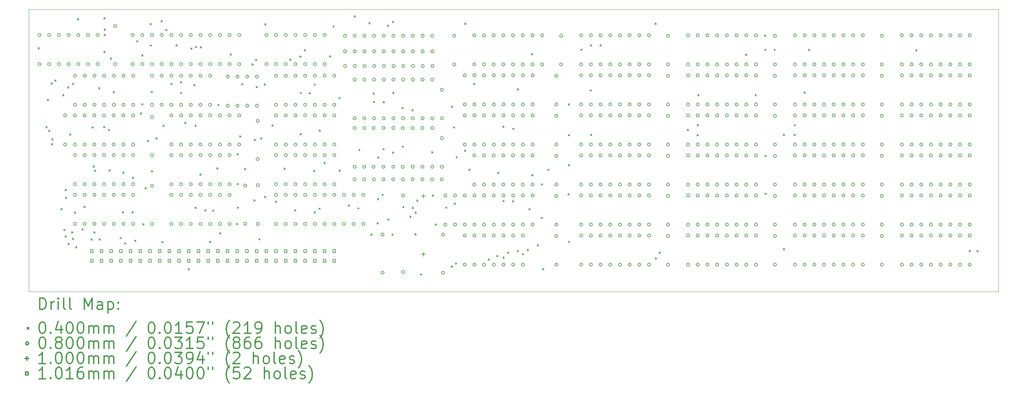
<source format=gbr>
%FSLAX45Y45*%
G04 Gerber Fmt 4.5, Leading zero omitted, Abs format (unit mm)*
G04 Created by KiCad (PCBNEW (5.1.12)-1) date 2023-01-17 22:17:05*
%MOMM*%
%LPD*%
G01*
G04 APERTURE LIST*
%TA.AperFunction,Profile*%
%ADD10C,0.050000*%
%TD*%
%ADD11C,0.200000*%
%ADD12C,0.300000*%
G04 APERTURE END LIST*
D10*
X27534708Y-11990108D02*
X2134708Y-11990108D01*
X27534708Y-4590108D02*
X27534708Y-11990108D01*
X2134708Y-4590108D02*
X27534708Y-4590108D01*
X2134708Y-11990108D02*
X2134708Y-4590108D01*
D11*
X2374708Y-5590108D02*
X2414708Y-5630108D01*
X2414708Y-5590108D02*
X2374708Y-5630108D01*
X2578708Y-7658108D02*
X2618708Y-7698108D01*
X2618708Y-7658108D02*
X2578708Y-7698108D01*
X2617708Y-6948108D02*
X2657708Y-6988108D01*
X2657708Y-6948108D02*
X2617708Y-6988108D01*
X2648708Y-7758108D02*
X2688708Y-7798108D01*
X2688708Y-7758108D02*
X2648708Y-7798108D01*
X2716708Y-6513108D02*
X2756708Y-6553108D01*
X2756708Y-6513108D02*
X2716708Y-6553108D01*
X2722708Y-8106108D02*
X2762708Y-8146108D01*
X2762708Y-8106108D02*
X2722708Y-8146108D01*
X2730955Y-7978609D02*
X2770955Y-8018609D01*
X2770955Y-7978609D02*
X2730955Y-8018609D01*
X2813708Y-6439108D02*
X2853708Y-6479108D01*
X2853708Y-6439108D02*
X2813708Y-6479108D01*
X2974708Y-9808108D02*
X3014708Y-9848108D01*
X3014708Y-9808108D02*
X2974708Y-9848108D01*
X3018708Y-6819108D02*
X3058708Y-6859108D01*
X3058708Y-6819108D02*
X3018708Y-6859108D01*
X3050708Y-10356108D02*
X3090708Y-10396108D01*
X3090708Y-10356108D02*
X3050708Y-10396108D01*
X3079708Y-9310108D02*
X3119708Y-9350108D01*
X3119708Y-9310108D02*
X3079708Y-9350108D01*
X3082027Y-10524425D02*
X3122027Y-10564425D01*
X3122027Y-10524425D02*
X3082027Y-10564425D01*
X3092708Y-9513108D02*
X3132708Y-9553108D01*
X3132708Y-9513108D02*
X3092708Y-9553108D01*
X3144708Y-6620108D02*
X3184708Y-6660108D01*
X3184708Y-6620108D02*
X3144708Y-6660108D01*
X3160708Y-10722108D02*
X3200708Y-10762108D01*
X3200708Y-10722108D02*
X3160708Y-10762108D01*
X3201708Y-7853108D02*
X3241708Y-7893108D01*
X3241708Y-7853108D02*
X3201708Y-7893108D01*
X3248708Y-10420108D02*
X3288708Y-10460108D01*
X3288708Y-10420108D02*
X3248708Y-10460108D01*
X3273708Y-10586108D02*
X3313708Y-10626108D01*
X3313708Y-10586108D02*
X3273708Y-10626108D01*
X3277708Y-6524108D02*
X3317708Y-6564108D01*
X3317708Y-6524108D02*
X3277708Y-6564108D01*
X3323708Y-9902108D02*
X3363708Y-9942108D01*
X3363708Y-9902108D02*
X3323708Y-9942108D01*
X3357087Y-10807994D02*
X3397087Y-10847994D01*
X3397087Y-10807994D02*
X3357087Y-10847994D01*
X3406708Y-4831108D02*
X3446708Y-4871108D01*
X3446708Y-4831108D02*
X3406708Y-4871108D01*
X3524708Y-10343108D02*
X3564708Y-10383108D01*
X3564708Y-10343108D02*
X3524708Y-10383108D01*
X3575708Y-9748608D02*
X3615708Y-9788608D01*
X3615708Y-9748608D02*
X3575708Y-9788608D01*
X3761708Y-10608108D02*
X3801708Y-10648108D01*
X3801708Y-10608108D02*
X3761708Y-10648108D01*
X3782708Y-7672108D02*
X3822708Y-7712108D01*
X3822708Y-7672108D02*
X3782708Y-7712108D01*
X3814262Y-8689609D02*
X3854262Y-8729609D01*
X3854262Y-8689609D02*
X3814262Y-8729609D01*
X3835708Y-10416108D02*
X3875708Y-10456108D01*
X3875708Y-10416108D02*
X3835708Y-10456108D01*
X3854708Y-8799108D02*
X3894708Y-8839108D01*
X3894708Y-8799108D02*
X3854708Y-8839108D01*
X3958708Y-6645108D02*
X3998708Y-6685108D01*
X3998708Y-6645108D02*
X3958708Y-6685108D01*
X3973708Y-10608108D02*
X4013708Y-10648108D01*
X4013708Y-10608108D02*
X3973708Y-10648108D01*
X4086708Y-7659108D02*
X4126708Y-7699108D01*
X4126708Y-7659108D02*
X4086708Y-7699108D01*
X4098708Y-4807108D02*
X4138708Y-4847108D01*
X4138708Y-4807108D02*
X4098708Y-4847108D01*
X4099708Y-5683108D02*
X4139708Y-5723108D01*
X4139708Y-5683108D02*
X4099708Y-5723108D01*
X4101708Y-5099108D02*
X4141708Y-5139108D01*
X4141708Y-5099108D02*
X4101708Y-5139108D01*
X4105708Y-5247108D02*
X4145708Y-5287108D01*
X4145708Y-5247108D02*
X4105708Y-5287108D01*
X4214708Y-7740108D02*
X4254708Y-7780108D01*
X4254708Y-7740108D02*
X4214708Y-7780108D01*
X4230708Y-8790609D02*
X4270708Y-8830609D01*
X4270708Y-8790609D02*
X4230708Y-8830609D01*
X4263708Y-5861108D02*
X4303708Y-5901108D01*
X4303708Y-5861108D02*
X4263708Y-5901108D01*
X4338708Y-6746108D02*
X4378708Y-6786108D01*
X4378708Y-6746108D02*
X4338708Y-6786108D01*
X4519708Y-10568108D02*
X4559708Y-10608108D01*
X4559708Y-10568108D02*
X4519708Y-10608108D01*
X4577708Y-9893609D02*
X4617708Y-9933609D01*
X4617708Y-9893609D02*
X4577708Y-9933609D01*
X4592708Y-8852108D02*
X4632708Y-8892108D01*
X4632708Y-8852108D02*
X4592708Y-8892108D01*
X4638708Y-10711108D02*
X4678708Y-10751108D01*
X4678708Y-10711108D02*
X4638708Y-10751108D01*
X4829708Y-9893609D02*
X4869708Y-9933609D01*
X4869708Y-9893609D02*
X4829708Y-9933609D01*
X4841708Y-8987108D02*
X4881708Y-9027108D01*
X4881708Y-8987108D02*
X4841708Y-9027108D01*
X4904708Y-10638108D02*
X4944708Y-10678108D01*
X4944708Y-10638108D02*
X4904708Y-10678108D01*
X4955708Y-5410108D02*
X4995708Y-5450108D01*
X4995708Y-5410108D02*
X4955708Y-5450108D01*
X5051708Y-7301108D02*
X5091708Y-7341108D01*
X5091708Y-7301108D02*
X5051708Y-7341108D01*
X5086708Y-7061108D02*
X5126708Y-7101108D01*
X5126708Y-7061108D02*
X5086708Y-7101108D01*
X5091708Y-5782108D02*
X5131708Y-5822108D01*
X5131708Y-5782108D02*
X5091708Y-5822108D01*
X5116708Y-10208108D02*
X5156708Y-10248108D01*
X5156708Y-10208108D02*
X5116708Y-10248108D01*
X5172708Y-9262108D02*
X5212708Y-9302108D01*
X5212708Y-9262108D02*
X5172708Y-9302108D01*
X5243708Y-8025108D02*
X5283708Y-8065108D01*
X5283708Y-8025108D02*
X5243708Y-8065108D01*
X5306708Y-5520108D02*
X5346708Y-5560108D01*
X5346708Y-5520108D02*
X5306708Y-5560108D01*
X5311708Y-4957108D02*
X5351708Y-4997108D01*
X5351708Y-4957108D02*
X5311708Y-4997108D01*
X5331708Y-6739108D02*
X5371708Y-6779108D01*
X5371708Y-6739108D02*
X5331708Y-6779108D01*
X5344708Y-8820108D02*
X5384708Y-8860108D01*
X5384708Y-8820108D02*
X5344708Y-8860108D01*
X5458708Y-7952108D02*
X5498708Y-7992108D01*
X5498708Y-7952108D02*
X5458708Y-7992108D01*
X5592708Y-4884607D02*
X5632708Y-4924607D01*
X5632708Y-4884607D02*
X5592708Y-4924607D01*
X5615207Y-10678108D02*
X5655207Y-10718108D01*
X5655207Y-10678108D02*
X5615207Y-10718108D01*
X5649932Y-7624609D02*
X5689932Y-7664609D01*
X5689932Y-7624609D02*
X5649932Y-7664609D01*
X5714708Y-5113609D02*
X5754708Y-5153609D01*
X5754708Y-5113609D02*
X5714708Y-5153609D01*
X5847708Y-6529108D02*
X5887708Y-6569108D01*
X5887708Y-6529108D02*
X5847708Y-6569108D01*
X5985708Y-5516108D02*
X6025708Y-5556108D01*
X6025708Y-5516108D02*
X5985708Y-5556108D01*
X6101908Y-6764908D02*
X6141908Y-6804908D01*
X6141908Y-6764908D02*
X6101908Y-6804908D01*
X6105708Y-6481108D02*
X6145708Y-6521108D01*
X6145708Y-6481108D02*
X6105708Y-6521108D01*
X6216708Y-7549608D02*
X6256708Y-7589608D01*
X6256708Y-7549608D02*
X6216708Y-7589608D01*
X6304708Y-11384108D02*
X6344708Y-11424108D01*
X6344708Y-11384108D02*
X6304708Y-11424108D01*
X6374708Y-5601108D02*
X6414708Y-5641108D01*
X6414708Y-5601108D02*
X6374708Y-5641108D01*
X6454708Y-6557108D02*
X6494708Y-6597108D01*
X6494708Y-6557108D02*
X6454708Y-6597108D01*
X6482379Y-7624609D02*
X6522379Y-7664609D01*
X6522379Y-7624609D02*
X6482379Y-7664609D01*
X6487708Y-9774108D02*
X6527708Y-9814108D01*
X6527708Y-9774108D02*
X6487708Y-9814108D01*
X6494708Y-5563108D02*
X6534708Y-5603108D01*
X6534708Y-5563108D02*
X6494708Y-5603108D01*
X6607708Y-8901108D02*
X6647708Y-8941108D01*
X6647708Y-8901108D02*
X6607708Y-8941108D01*
X6621708Y-5566108D02*
X6661708Y-5606108D01*
X6661708Y-5566108D02*
X6621708Y-5606108D01*
X6738708Y-9844108D02*
X6778708Y-9884108D01*
X6778708Y-9844108D02*
X6738708Y-9884108D01*
X6866708Y-10673608D02*
X6906708Y-10713608D01*
X6906708Y-10673608D02*
X6866708Y-10713608D01*
X6947708Y-9846610D02*
X6987708Y-9886610D01*
X6987708Y-9846610D02*
X6947708Y-9886610D01*
X7051708Y-8743108D02*
X7091708Y-8783108D01*
X7091708Y-8743108D02*
X7051708Y-8783108D01*
X7082708Y-7078108D02*
X7122708Y-7118108D01*
X7122708Y-7078108D02*
X7082708Y-7118108D01*
X7131708Y-10443108D02*
X7171708Y-10483108D01*
X7171708Y-10443108D02*
X7131708Y-10483108D01*
X7403708Y-5752609D02*
X7443708Y-5792609D01*
X7443708Y-5752609D02*
X7403708Y-5792609D01*
X7567708Y-10197108D02*
X7607708Y-10237108D01*
X7607708Y-10197108D02*
X7567708Y-10237108D01*
X7587707Y-8372107D02*
X7627707Y-8412107D01*
X7627707Y-8372107D02*
X7587707Y-8412107D01*
X7587708Y-9154108D02*
X7627708Y-9194108D01*
X7627708Y-9154108D02*
X7587708Y-9194108D01*
X7590708Y-9770108D02*
X7630708Y-9810108D01*
X7630708Y-9770108D02*
X7590708Y-9810108D01*
X7653708Y-7903108D02*
X7693708Y-7943108D01*
X7693708Y-7903108D02*
X7653708Y-7943108D01*
X7703708Y-6537108D02*
X7743708Y-6577108D01*
X7743708Y-6537108D02*
X7703708Y-6577108D01*
X7779708Y-8757108D02*
X7819708Y-8797108D01*
X7819708Y-8757108D02*
X7779708Y-8797108D01*
X7976708Y-6015108D02*
X8016708Y-6055108D01*
X8016708Y-6015108D02*
X7976708Y-6055108D01*
X8027708Y-9578108D02*
X8067708Y-9618108D01*
X8067708Y-9578108D02*
X8027708Y-9618108D01*
X8036209Y-7998108D02*
X8076209Y-8038108D01*
X8076209Y-7998108D02*
X8036209Y-8038108D01*
X8071708Y-5899108D02*
X8111708Y-5939108D01*
X8111708Y-5899108D02*
X8071708Y-5939108D01*
X8085708Y-6610108D02*
X8125708Y-6650108D01*
X8125708Y-6610108D02*
X8085708Y-6650108D01*
X8158708Y-10601108D02*
X8198708Y-10641108D01*
X8198708Y-10601108D02*
X8158708Y-10641108D01*
X8203708Y-7956108D02*
X8243708Y-7996108D01*
X8243708Y-7956108D02*
X8203708Y-7996108D01*
X8294708Y-6544108D02*
X8334708Y-6584108D01*
X8334708Y-6544108D02*
X8294708Y-6584108D01*
X8305708Y-9487108D02*
X8345708Y-9527108D01*
X8345708Y-9487108D02*
X8305708Y-9527108D01*
X8310708Y-4965108D02*
X8350708Y-5005108D01*
X8350708Y-4965108D02*
X8310708Y-5005108D01*
X8503708Y-7617108D02*
X8543708Y-7657108D01*
X8543708Y-7617108D02*
X8503708Y-7657108D01*
X8591708Y-9617108D02*
X8631708Y-9657108D01*
X8631708Y-9617108D02*
X8591708Y-9657108D01*
X8816708Y-8750108D02*
X8856708Y-8790108D01*
X8856708Y-8750108D02*
X8816708Y-8790108D01*
X8965708Y-5888108D02*
X9005708Y-5928108D01*
X9005708Y-5888108D02*
X8965708Y-5928108D01*
X9091708Y-9845108D02*
X9131708Y-9885108D01*
X9131708Y-9845108D02*
X9091708Y-9885108D01*
X9231708Y-5815108D02*
X9271708Y-5855108D01*
X9271708Y-5815108D02*
X9231708Y-5855108D01*
X9238708Y-7847108D02*
X9278708Y-7887108D01*
X9278708Y-7847108D02*
X9238708Y-7887108D01*
X9241708Y-6766108D02*
X9281708Y-6806108D01*
X9281708Y-6766108D02*
X9241708Y-6806108D01*
X9349708Y-5646609D02*
X9389708Y-5686609D01*
X9389708Y-5646609D02*
X9349708Y-5686609D01*
X9474708Y-6774108D02*
X9514708Y-6814108D01*
X9514708Y-6774108D02*
X9474708Y-6814108D01*
X9588708Y-8810108D02*
X9628708Y-8850108D01*
X9628708Y-8810108D02*
X9588708Y-8850108D01*
X9606708Y-6546108D02*
X9646708Y-6586108D01*
X9646708Y-6546108D02*
X9606708Y-6586108D01*
X9606708Y-9891108D02*
X9646708Y-9931108D01*
X9646708Y-9891108D02*
X9606708Y-9931108D01*
X9726708Y-9796108D02*
X9766708Y-9836108D01*
X9766708Y-9796108D02*
X9726708Y-9836108D01*
X9734708Y-7754108D02*
X9774708Y-7794108D01*
X9774708Y-7754108D02*
X9734708Y-7794108D01*
X9859708Y-8598108D02*
X9899708Y-8638108D01*
X9899708Y-8598108D02*
X9859708Y-8638108D01*
X10005708Y-5806108D02*
X10045708Y-5846108D01*
X10045708Y-5806108D02*
X10005708Y-5846108D01*
X10097708Y-5021607D02*
X10137708Y-5061607D01*
X10137708Y-5021607D02*
X10097708Y-5061607D01*
X10253708Y-6901108D02*
X10293708Y-6941108D01*
X10293708Y-6901108D02*
X10253708Y-6941108D01*
X10258708Y-8801108D02*
X10298708Y-8841108D01*
X10298708Y-8801108D02*
X10258708Y-8841108D01*
X10501708Y-9715108D02*
X10541708Y-9755108D01*
X10541708Y-9715108D02*
X10501708Y-9755108D01*
X10649708Y-4753108D02*
X10689708Y-4793108D01*
X10689708Y-4753108D02*
X10649708Y-4793108D01*
X10748708Y-9788108D02*
X10788708Y-9828108D01*
X10788708Y-9788108D02*
X10748708Y-9828108D01*
X10773708Y-8255108D02*
X10813708Y-8295108D01*
X10813708Y-8255108D02*
X10773708Y-8295108D01*
X11037708Y-4931108D02*
X11077708Y-4971108D01*
X11077708Y-4931108D02*
X11037708Y-4971108D01*
X11090708Y-10481108D02*
X11130708Y-10521108D01*
X11130708Y-10481108D02*
X11090708Y-10521108D01*
X11145708Y-6776108D02*
X11185708Y-6816108D01*
X11185708Y-6776108D02*
X11145708Y-6816108D01*
X11156708Y-7003108D02*
X11196708Y-7043108D01*
X11196708Y-7003108D02*
X11156708Y-7043108D01*
X11249708Y-10180108D02*
X11289708Y-10220108D01*
X11289708Y-10180108D02*
X11249708Y-10220108D01*
X11265708Y-9547108D02*
X11305708Y-9587108D01*
X11305708Y-9547108D02*
X11265708Y-9587108D01*
X11270708Y-8454108D02*
X11310708Y-8494108D01*
X11310708Y-8454108D02*
X11270708Y-8494108D01*
X11383708Y-9432108D02*
X11423708Y-9472108D01*
X11423708Y-9432108D02*
X11383708Y-9472108D01*
X11408708Y-8238108D02*
X11448708Y-8278108D01*
X11448708Y-8238108D02*
X11408708Y-8278108D01*
X11411708Y-7004108D02*
X11451708Y-7044108D01*
X11451708Y-7004108D02*
X11411708Y-7044108D01*
X11520708Y-5003108D02*
X11560708Y-5043108D01*
X11560708Y-5003108D02*
X11520708Y-5043108D01*
X11530708Y-10084108D02*
X11570708Y-10124108D01*
X11570708Y-10084108D02*
X11530708Y-10124108D01*
X11642708Y-10479108D02*
X11682708Y-10519108D01*
X11682708Y-10479108D02*
X11642708Y-10519108D01*
X11661708Y-8326108D02*
X11701708Y-8366108D01*
X11701708Y-8326108D02*
X11661708Y-8366108D01*
X11661708Y-4899108D02*
X11701708Y-4939108D01*
X11701708Y-4899108D02*
X11661708Y-4939108D01*
X11662708Y-6760108D02*
X11702708Y-6800108D01*
X11702708Y-6760108D02*
X11662708Y-6800108D01*
X11903708Y-7163108D02*
X11943708Y-7203108D01*
X11943708Y-7163108D02*
X11903708Y-7203108D01*
X11908708Y-8171108D02*
X11948708Y-8211108D01*
X11948708Y-8171108D02*
X11908708Y-8211108D01*
X11924708Y-9755108D02*
X11964708Y-9795108D01*
X11964708Y-9755108D02*
X11924708Y-9795108D01*
X12112708Y-10015108D02*
X12152708Y-10055108D01*
X12152708Y-10015108D02*
X12112708Y-10055108D01*
X12169708Y-7218108D02*
X12209708Y-7258108D01*
X12209708Y-7218108D02*
X12169708Y-7258108D01*
X12170708Y-9775108D02*
X12210708Y-9815108D01*
X12210708Y-9775108D02*
X12170708Y-9815108D01*
X12243708Y-10467108D02*
X12283708Y-10507108D01*
X12283708Y-10467108D02*
X12243708Y-10507108D01*
X12246708Y-9902108D02*
X12286708Y-9942108D01*
X12286708Y-9902108D02*
X12246708Y-9942108D01*
X12288708Y-9592108D02*
X12328708Y-9632108D01*
X12328708Y-9592108D02*
X12288708Y-9632108D01*
X12385708Y-11524108D02*
X12425708Y-11564108D01*
X12425708Y-11524108D02*
X12385708Y-11564108D01*
X12685708Y-8319108D02*
X12725708Y-8359108D01*
X12725708Y-8319108D02*
X12685708Y-8359108D01*
X12697708Y-9454108D02*
X12737708Y-9494108D01*
X12737708Y-9454108D02*
X12697708Y-9494108D01*
X12775708Y-10218108D02*
X12815708Y-10258108D01*
X12815708Y-10218108D02*
X12775708Y-10258108D01*
X13045708Y-9770108D02*
X13085708Y-9810108D01*
X13085708Y-9770108D02*
X13045708Y-9810108D01*
X13194708Y-7123108D02*
X13234708Y-7163108D01*
X13234708Y-7123108D02*
X13194708Y-7163108D01*
X13198708Y-11314108D02*
X13238708Y-11354108D01*
X13238708Y-11314108D02*
X13198708Y-11354108D01*
X13251708Y-7672108D02*
X13291708Y-7712108D01*
X13291708Y-7672108D02*
X13251708Y-7712108D01*
X13278707Y-9664108D02*
X13318707Y-9704108D01*
X13318707Y-9664108D02*
X13278707Y-9704108D01*
X13304708Y-11236108D02*
X13344708Y-11276108D01*
X13344708Y-11236108D02*
X13304708Y-11276108D01*
X13321708Y-8450108D02*
X13361708Y-8490108D01*
X13361708Y-8450108D02*
X13321708Y-8490108D01*
X13542708Y-8277108D02*
X13582708Y-8317108D01*
X13582708Y-8277108D02*
X13542708Y-8317108D01*
X13544708Y-4950108D02*
X13584708Y-4990108D01*
X13584708Y-4950108D02*
X13544708Y-4990108D01*
X13659708Y-8776108D02*
X13699708Y-8816108D01*
X13699708Y-8776108D02*
X13659708Y-8816108D01*
X13786708Y-6524608D02*
X13826708Y-6564608D01*
X13826708Y-6524608D02*
X13786708Y-6564608D01*
X14164708Y-11127108D02*
X14204708Y-11167108D01*
X14204708Y-11127108D02*
X14164708Y-11167108D01*
X14387208Y-11040108D02*
X14427208Y-11080108D01*
X14427208Y-11040108D02*
X14387208Y-11080108D01*
X14412208Y-8862608D02*
X14452208Y-8902608D01*
X14452208Y-8862608D02*
X14412208Y-8902608D01*
X14547208Y-7647608D02*
X14587208Y-7687608D01*
X14587208Y-7647608D02*
X14547208Y-7687608D01*
X14548708Y-9602109D02*
X14588708Y-9642109D01*
X14588708Y-9602109D02*
X14548708Y-9642109D01*
X14549708Y-11077608D02*
X14589708Y-11117608D01*
X14589708Y-11077608D02*
X14549708Y-11117608D01*
X14674708Y-10954610D02*
X14714708Y-10994610D01*
X14714708Y-10954610D02*
X14674708Y-10994610D01*
X14802708Y-9605108D02*
X14842708Y-9645108D01*
X14842708Y-9605108D02*
X14802708Y-9645108D01*
X14807708Y-7705108D02*
X14847708Y-7745108D01*
X14847708Y-7705108D02*
X14807708Y-7745108D01*
X14927708Y-10909609D02*
X14967708Y-10949609D01*
X14967708Y-10909609D02*
X14927708Y-10949609D01*
X14929708Y-6670108D02*
X14969708Y-6710108D01*
X14969708Y-6670108D02*
X14929708Y-6710108D01*
X15057208Y-10990108D02*
X15097208Y-11030108D01*
X15097208Y-10990108D02*
X15057208Y-11030108D01*
X15184708Y-10882608D02*
X15224708Y-10922608D01*
X15224708Y-10882608D02*
X15184708Y-10922608D01*
X15232708Y-9807108D02*
X15272708Y-9847108D01*
X15272708Y-9807108D02*
X15232708Y-9847108D01*
X15302208Y-5745108D02*
X15342208Y-5785108D01*
X15342208Y-5745108D02*
X15302208Y-5785108D01*
X15307208Y-8917608D02*
X15347208Y-8957608D01*
X15347208Y-8917608D02*
X15307208Y-8957608D01*
X15448708Y-10756609D02*
X15488708Y-10796609D01*
X15488708Y-10756609D02*
X15448708Y-10796609D01*
X15552207Y-9162608D02*
X15592207Y-9202608D01*
X15592207Y-9162608D02*
X15552207Y-9202608D01*
X15552207Y-10042608D02*
X15592207Y-10082608D01*
X15592207Y-10042608D02*
X15552207Y-10082608D01*
X15587708Y-11381108D02*
X15627708Y-11421108D01*
X15627708Y-11381108D02*
X15587708Y-11421108D01*
X15720708Y-8780108D02*
X15760708Y-8820108D01*
X15760708Y-8780108D02*
X15720708Y-8820108D01*
X16254708Y-9420108D02*
X16294708Y-9460108D01*
X16294708Y-9420108D02*
X16254708Y-9460108D01*
X16259708Y-7065108D02*
X16299708Y-7105108D01*
X16299708Y-7065108D02*
X16259708Y-7105108D01*
X16262208Y-7867608D02*
X16302208Y-7907608D01*
X16302208Y-7867608D02*
X16262208Y-7907608D01*
X16267208Y-8657608D02*
X16307208Y-8697608D01*
X16307208Y-8657608D02*
X16267208Y-8697608D01*
X16269708Y-10669108D02*
X16309708Y-10709108D01*
X16309708Y-10669108D02*
X16269708Y-10709108D01*
X16584708Y-5630108D02*
X16624708Y-5670108D01*
X16624708Y-5630108D02*
X16584708Y-5670108D01*
X16834708Y-6697608D02*
X16874708Y-6737608D01*
X16874708Y-6697608D02*
X16834708Y-6737608D01*
X16839708Y-5515108D02*
X16879708Y-5555108D01*
X16879708Y-5515108D02*
X16839708Y-5555108D01*
X16844708Y-7862608D02*
X16884708Y-7902608D01*
X16884708Y-7862608D02*
X16844708Y-7902608D01*
X17092208Y-5515108D02*
X17132208Y-5555108D01*
X17132208Y-5515108D02*
X17092208Y-5555108D01*
X18532208Y-4950108D02*
X18572208Y-4990108D01*
X18572208Y-4950108D02*
X18532208Y-4990108D01*
X18542208Y-11107608D02*
X18582208Y-11147608D01*
X18582208Y-11107608D02*
X18542208Y-11147608D01*
X18642208Y-10955108D02*
X18682208Y-10995108D01*
X18682208Y-10955108D02*
X18642208Y-10995108D01*
X19382208Y-7732608D02*
X19422208Y-7772608D01*
X19422208Y-7732608D02*
X19382208Y-7772608D01*
X19637208Y-7867608D02*
X19677208Y-7907608D01*
X19677208Y-7867608D02*
X19637208Y-7907608D01*
X19639708Y-7607608D02*
X19679708Y-7647608D01*
X19679708Y-7607608D02*
X19639708Y-7647608D01*
X19654708Y-6820108D02*
X19694708Y-6860108D01*
X19694708Y-6820108D02*
X19654708Y-6860108D01*
X20904708Y-5760108D02*
X20944708Y-5800108D01*
X20944708Y-5760108D02*
X20904708Y-5800108D01*
X21154708Y-6820108D02*
X21194708Y-6860108D01*
X21194708Y-6820108D02*
X21154708Y-6860108D01*
X21404708Y-5260108D02*
X21444708Y-5300108D01*
X21444708Y-5260108D02*
X21404708Y-5300108D01*
X21407208Y-5630108D02*
X21447208Y-5670108D01*
X21447208Y-5630108D02*
X21407208Y-5670108D01*
X21409708Y-8417608D02*
X21449708Y-8457608D01*
X21449708Y-8417608D02*
X21409708Y-8457608D01*
X21412208Y-9407608D02*
X21452208Y-9447608D01*
X21452208Y-9407608D02*
X21412208Y-9447608D01*
X21654708Y-5630108D02*
X21694708Y-5670108D01*
X21694708Y-5630108D02*
X21654708Y-5670108D01*
X21894708Y-7860108D02*
X21934708Y-7900108D01*
X21934708Y-7860108D02*
X21894708Y-7900108D01*
X21894708Y-10860108D02*
X21934708Y-10900108D01*
X21934708Y-10860108D02*
X21894708Y-10900108D01*
X22175458Y-7866858D02*
X22215458Y-7906858D01*
X22215458Y-7866858D02*
X22175458Y-7906858D01*
X22179708Y-7612608D02*
X22219708Y-7652608D01*
X22219708Y-7612608D02*
X22179708Y-7652608D01*
X22436708Y-6754108D02*
X22476708Y-6794108D01*
X22476708Y-6754108D02*
X22436708Y-6794108D01*
X22556708Y-5633108D02*
X22596708Y-5673108D01*
X22596708Y-5633108D02*
X22556708Y-5673108D01*
X25361708Y-5642108D02*
X25401708Y-5682108D01*
X25401708Y-5642108D02*
X25361708Y-5682108D01*
X26760708Y-10912108D02*
X26800708Y-10952108D01*
X26800708Y-10912108D02*
X26760708Y-10952108D01*
X26964708Y-10910108D02*
X27004708Y-10950108D01*
X27004708Y-10910108D02*
X26964708Y-10950108D01*
X2453508Y-5264908D02*
G75*
G03*
X2453508Y-5264908I-40000J0D01*
G01*
X2453508Y-6026908D02*
G75*
G03*
X2453508Y-6026908I-40000J0D01*
G01*
X2707508Y-5264908D02*
G75*
G03*
X2707508Y-5264908I-40000J0D01*
G01*
X2707508Y-6026908D02*
G75*
G03*
X2707508Y-6026908I-40000J0D01*
G01*
X2961508Y-5264908D02*
G75*
G03*
X2961508Y-5264908I-40000J0D01*
G01*
X2961508Y-6026908D02*
G75*
G03*
X2961508Y-6026908I-40000J0D01*
G01*
X3126708Y-7372108D02*
G75*
G03*
X3126708Y-7372108I-40000J0D01*
G01*
X3126708Y-8134108D02*
G75*
G03*
X3126708Y-8134108I-40000J0D01*
G01*
X3215508Y-5264908D02*
G75*
G03*
X3215508Y-5264908I-40000J0D01*
G01*
X3215508Y-6026908D02*
G75*
G03*
X3215508Y-6026908I-40000J0D01*
G01*
X3380708Y-7372108D02*
G75*
G03*
X3380708Y-7372108I-40000J0D01*
G01*
X3380708Y-8134108D02*
G75*
G03*
X3380708Y-8134108I-40000J0D01*
G01*
X3382708Y-8413108D02*
G75*
G03*
X3382708Y-8413108I-40000J0D01*
G01*
X3382708Y-9175108D02*
G75*
G03*
X3382708Y-9175108I-40000J0D01*
G01*
X3383708Y-9454108D02*
G75*
G03*
X3383708Y-9454108I-40000J0D01*
G01*
X3383708Y-10216108D02*
G75*
G03*
X3383708Y-10216108I-40000J0D01*
G01*
X3384708Y-6331108D02*
G75*
G03*
X3384708Y-6331108I-40000J0D01*
G01*
X3384708Y-7093108D02*
G75*
G03*
X3384708Y-7093108I-40000J0D01*
G01*
X3469508Y-5264908D02*
G75*
G03*
X3469508Y-5264908I-40000J0D01*
G01*
X3469508Y-6026908D02*
G75*
G03*
X3469508Y-6026908I-40000J0D01*
G01*
X3634708Y-7372108D02*
G75*
G03*
X3634708Y-7372108I-40000J0D01*
G01*
X3634708Y-8134108D02*
G75*
G03*
X3634708Y-8134108I-40000J0D01*
G01*
X3636708Y-8413108D02*
G75*
G03*
X3636708Y-8413108I-40000J0D01*
G01*
X3636708Y-9175108D02*
G75*
G03*
X3636708Y-9175108I-40000J0D01*
G01*
X3637708Y-9454108D02*
G75*
G03*
X3637708Y-9454108I-40000J0D01*
G01*
X3637708Y-10216108D02*
G75*
G03*
X3637708Y-10216108I-40000J0D01*
G01*
X3638708Y-6331108D02*
G75*
G03*
X3638708Y-6331108I-40000J0D01*
G01*
X3638708Y-7093108D02*
G75*
G03*
X3638708Y-7093108I-40000J0D01*
G01*
X3723508Y-5264908D02*
G75*
G03*
X3723508Y-5264908I-40000J0D01*
G01*
X3723508Y-6026908D02*
G75*
G03*
X3723508Y-6026908I-40000J0D01*
G01*
X3888708Y-7372108D02*
G75*
G03*
X3888708Y-7372108I-40000J0D01*
G01*
X3888708Y-8134108D02*
G75*
G03*
X3888708Y-8134108I-40000J0D01*
G01*
X3890708Y-8413108D02*
G75*
G03*
X3890708Y-8413108I-40000J0D01*
G01*
X3890708Y-9175108D02*
G75*
G03*
X3890708Y-9175108I-40000J0D01*
G01*
X3891708Y-9454108D02*
G75*
G03*
X3891708Y-9454108I-40000J0D01*
G01*
X3891708Y-10216108D02*
G75*
G03*
X3891708Y-10216108I-40000J0D01*
G01*
X3892708Y-6331108D02*
G75*
G03*
X3892708Y-6331108I-40000J0D01*
G01*
X3892708Y-7093108D02*
G75*
G03*
X3892708Y-7093108I-40000J0D01*
G01*
X3977508Y-5264908D02*
G75*
G03*
X3977508Y-5264908I-40000J0D01*
G01*
X3977508Y-6026908D02*
G75*
G03*
X3977508Y-6026908I-40000J0D01*
G01*
X4142708Y-7372108D02*
G75*
G03*
X4142708Y-7372108I-40000J0D01*
G01*
X4142708Y-8134108D02*
G75*
G03*
X4142708Y-8134108I-40000J0D01*
G01*
X4144708Y-8413108D02*
G75*
G03*
X4144708Y-8413108I-40000J0D01*
G01*
X4144708Y-9175108D02*
G75*
G03*
X4144708Y-9175108I-40000J0D01*
G01*
X4145708Y-9454108D02*
G75*
G03*
X4145708Y-9454108I-40000J0D01*
G01*
X4145708Y-10216108D02*
G75*
G03*
X4145708Y-10216108I-40000J0D01*
G01*
X4146708Y-6331108D02*
G75*
G03*
X4146708Y-6331108I-40000J0D01*
G01*
X4146708Y-7093108D02*
G75*
G03*
X4146708Y-7093108I-40000J0D01*
G01*
X4396708Y-7372108D02*
G75*
G03*
X4396708Y-7372108I-40000J0D01*
G01*
X4396708Y-8134108D02*
G75*
G03*
X4396708Y-8134108I-40000J0D01*
G01*
X4398708Y-8413108D02*
G75*
G03*
X4398708Y-8413108I-40000J0D01*
G01*
X4398708Y-9175108D02*
G75*
G03*
X4398708Y-9175108I-40000J0D01*
G01*
X4399708Y-9454108D02*
G75*
G03*
X4399708Y-9454108I-40000J0D01*
G01*
X4399708Y-10216108D02*
G75*
G03*
X4399708Y-10216108I-40000J0D01*
G01*
X4400708Y-6331108D02*
G75*
G03*
X4400708Y-6331108I-40000J0D01*
G01*
X4400708Y-7093108D02*
G75*
G03*
X4400708Y-7093108I-40000J0D01*
G01*
X4434708Y-5026908D02*
G75*
G03*
X4434708Y-5026908I-40000J0D01*
G01*
X4434708Y-6026908D02*
G75*
G03*
X4434708Y-6026908I-40000J0D01*
G01*
X4650708Y-7372108D02*
G75*
G03*
X4650708Y-7372108I-40000J0D01*
G01*
X4650708Y-8134108D02*
G75*
G03*
X4650708Y-8134108I-40000J0D01*
G01*
X4652708Y-8413108D02*
G75*
G03*
X4652708Y-8413108I-40000J0D01*
G01*
X4652708Y-9175108D02*
G75*
G03*
X4652708Y-9175108I-40000J0D01*
G01*
X4653708Y-9454108D02*
G75*
G03*
X4653708Y-9454108I-40000J0D01*
G01*
X4653708Y-10216108D02*
G75*
G03*
X4653708Y-10216108I-40000J0D01*
G01*
X4654708Y-6331108D02*
G75*
G03*
X4654708Y-6331108I-40000J0D01*
G01*
X4654708Y-7093108D02*
G75*
G03*
X4654708Y-7093108I-40000J0D01*
G01*
X4891908Y-5264908D02*
G75*
G03*
X4891908Y-5264908I-40000J0D01*
G01*
X4891908Y-6026908D02*
G75*
G03*
X4891908Y-6026908I-40000J0D01*
G01*
X4904708Y-7372108D02*
G75*
G03*
X4904708Y-7372108I-40000J0D01*
G01*
X4904708Y-8134108D02*
G75*
G03*
X4904708Y-8134108I-40000J0D01*
G01*
X4906708Y-8413108D02*
G75*
G03*
X4906708Y-8413108I-40000J0D01*
G01*
X4906708Y-9175108D02*
G75*
G03*
X4906708Y-9175108I-40000J0D01*
G01*
X4907708Y-9454108D02*
G75*
G03*
X4907708Y-9454108I-40000J0D01*
G01*
X4907708Y-10216108D02*
G75*
G03*
X4907708Y-10216108I-40000J0D01*
G01*
X4908708Y-6331108D02*
G75*
G03*
X4908708Y-6331108I-40000J0D01*
G01*
X4908708Y-7093108D02*
G75*
G03*
X4908708Y-7093108I-40000J0D01*
G01*
X5145908Y-5264908D02*
G75*
G03*
X5145908Y-5264908I-40000J0D01*
G01*
X5145908Y-6026908D02*
G75*
G03*
X5145908Y-6026908I-40000J0D01*
G01*
X5399908Y-5264908D02*
G75*
G03*
X5399908Y-5264908I-40000J0D01*
G01*
X5399908Y-6026908D02*
G75*
G03*
X5399908Y-6026908I-40000J0D01*
G01*
X5399908Y-6331708D02*
G75*
G03*
X5399908Y-6331708I-40000J0D01*
G01*
X5399908Y-7093708D02*
G75*
G03*
X5399908Y-7093708I-40000J0D01*
G01*
X5399908Y-7414508D02*
G75*
G03*
X5399908Y-7414508I-40000J0D01*
G01*
X5399908Y-8414508D02*
G75*
G03*
X5399908Y-8414508I-40000J0D01*
G01*
X5399908Y-9217908D02*
G75*
G03*
X5399908Y-9217908I-40000J0D01*
G01*
X5399908Y-10217908D02*
G75*
G03*
X5399908Y-10217908I-40000J0D01*
G01*
X5653908Y-5264908D02*
G75*
G03*
X5653908Y-5264908I-40000J0D01*
G01*
X5653908Y-6026908D02*
G75*
G03*
X5653908Y-6026908I-40000J0D01*
G01*
X5653908Y-6331708D02*
G75*
G03*
X5653908Y-6331708I-40000J0D01*
G01*
X5653908Y-7093708D02*
G75*
G03*
X5653908Y-7093708I-40000J0D01*
G01*
X5907908Y-5264908D02*
G75*
G03*
X5907908Y-5264908I-40000J0D01*
G01*
X5907908Y-6026908D02*
G75*
G03*
X5907908Y-6026908I-40000J0D01*
G01*
X5907908Y-6331708D02*
G75*
G03*
X5907908Y-6331708I-40000J0D01*
G01*
X5907908Y-7093708D02*
G75*
G03*
X5907908Y-7093708I-40000J0D01*
G01*
X5907908Y-7373108D02*
G75*
G03*
X5907908Y-7373108I-40000J0D01*
G01*
X5907908Y-8135108D02*
G75*
G03*
X5907908Y-8135108I-40000J0D01*
G01*
X5907908Y-8414508D02*
G75*
G03*
X5907908Y-8414508I-40000J0D01*
G01*
X5907908Y-9176508D02*
G75*
G03*
X5907908Y-9176508I-40000J0D01*
G01*
X5907908Y-9455908D02*
G75*
G03*
X5907908Y-9455908I-40000J0D01*
G01*
X5907908Y-10217908D02*
G75*
G03*
X5907908Y-10217908I-40000J0D01*
G01*
X6161908Y-5264908D02*
G75*
G03*
X6161908Y-5264908I-40000J0D01*
G01*
X6161908Y-6026908D02*
G75*
G03*
X6161908Y-6026908I-40000J0D01*
G01*
X6161908Y-6331708D02*
G75*
G03*
X6161908Y-6331708I-40000J0D01*
G01*
X6161908Y-7093708D02*
G75*
G03*
X6161908Y-7093708I-40000J0D01*
G01*
X6161908Y-7373108D02*
G75*
G03*
X6161908Y-7373108I-40000J0D01*
G01*
X6161908Y-8135108D02*
G75*
G03*
X6161908Y-8135108I-40000J0D01*
G01*
X6161908Y-8414508D02*
G75*
G03*
X6161908Y-8414508I-40000J0D01*
G01*
X6161908Y-9176508D02*
G75*
G03*
X6161908Y-9176508I-40000J0D01*
G01*
X6161908Y-9455908D02*
G75*
G03*
X6161908Y-9455908I-40000J0D01*
G01*
X6161908Y-10217908D02*
G75*
G03*
X6161908Y-10217908I-40000J0D01*
G01*
X6415908Y-5264908D02*
G75*
G03*
X6415908Y-5264908I-40000J0D01*
G01*
X6415908Y-6026908D02*
G75*
G03*
X6415908Y-6026908I-40000J0D01*
G01*
X6415908Y-6331708D02*
G75*
G03*
X6415908Y-6331708I-40000J0D01*
G01*
X6415908Y-7093708D02*
G75*
G03*
X6415908Y-7093708I-40000J0D01*
G01*
X6415908Y-7373108D02*
G75*
G03*
X6415908Y-7373108I-40000J0D01*
G01*
X6415908Y-8135108D02*
G75*
G03*
X6415908Y-8135108I-40000J0D01*
G01*
X6415908Y-8414508D02*
G75*
G03*
X6415908Y-8414508I-40000J0D01*
G01*
X6415908Y-9176508D02*
G75*
G03*
X6415908Y-9176508I-40000J0D01*
G01*
X6415908Y-9455908D02*
G75*
G03*
X6415908Y-9455908I-40000J0D01*
G01*
X6415908Y-10217908D02*
G75*
G03*
X6415908Y-10217908I-40000J0D01*
G01*
X6669908Y-5264908D02*
G75*
G03*
X6669908Y-5264908I-40000J0D01*
G01*
X6669908Y-6026908D02*
G75*
G03*
X6669908Y-6026908I-40000J0D01*
G01*
X6669908Y-6331708D02*
G75*
G03*
X6669908Y-6331708I-40000J0D01*
G01*
X6669908Y-7093708D02*
G75*
G03*
X6669908Y-7093708I-40000J0D01*
G01*
X6669908Y-7373108D02*
G75*
G03*
X6669908Y-7373108I-40000J0D01*
G01*
X6669908Y-8135108D02*
G75*
G03*
X6669908Y-8135108I-40000J0D01*
G01*
X6669908Y-8414508D02*
G75*
G03*
X6669908Y-8414508I-40000J0D01*
G01*
X6669908Y-9176508D02*
G75*
G03*
X6669908Y-9176508I-40000J0D01*
G01*
X6669908Y-9455908D02*
G75*
G03*
X6669908Y-9455908I-40000J0D01*
G01*
X6669908Y-10217908D02*
G75*
G03*
X6669908Y-10217908I-40000J0D01*
G01*
X6923908Y-5264908D02*
G75*
G03*
X6923908Y-5264908I-40000J0D01*
G01*
X6923908Y-6026908D02*
G75*
G03*
X6923908Y-6026908I-40000J0D01*
G01*
X6923908Y-6331708D02*
G75*
G03*
X6923908Y-6331708I-40000J0D01*
G01*
X6923908Y-7093708D02*
G75*
G03*
X6923908Y-7093708I-40000J0D01*
G01*
X6923908Y-7373108D02*
G75*
G03*
X6923908Y-7373108I-40000J0D01*
G01*
X6923908Y-8135108D02*
G75*
G03*
X6923908Y-8135108I-40000J0D01*
G01*
X6923908Y-8414508D02*
G75*
G03*
X6923908Y-8414508I-40000J0D01*
G01*
X6923908Y-9176508D02*
G75*
G03*
X6923908Y-9176508I-40000J0D01*
G01*
X6923908Y-9455908D02*
G75*
G03*
X6923908Y-9455908I-40000J0D01*
G01*
X6923908Y-10217908D02*
G75*
G03*
X6923908Y-10217908I-40000J0D01*
G01*
X7177908Y-5264908D02*
G75*
G03*
X7177908Y-5264908I-40000J0D01*
G01*
X7177908Y-6026908D02*
G75*
G03*
X7177908Y-6026908I-40000J0D01*
G01*
X7177908Y-7373108D02*
G75*
G03*
X7177908Y-7373108I-40000J0D01*
G01*
X7177908Y-8135108D02*
G75*
G03*
X7177908Y-8135108I-40000J0D01*
G01*
X7177908Y-8414508D02*
G75*
G03*
X7177908Y-8414508I-40000J0D01*
G01*
X7177908Y-9176508D02*
G75*
G03*
X7177908Y-9176508I-40000J0D01*
G01*
X7177908Y-9455908D02*
G75*
G03*
X7177908Y-9455908I-40000J0D01*
G01*
X7177908Y-10217908D02*
G75*
G03*
X7177908Y-10217908I-40000J0D01*
G01*
X7386708Y-6354108D02*
G75*
G03*
X7386708Y-6354108I-40000J0D01*
G01*
X7386708Y-7116108D02*
G75*
G03*
X7386708Y-7116108I-40000J0D01*
G01*
X7431908Y-5264908D02*
G75*
G03*
X7431908Y-5264908I-40000J0D01*
G01*
X7431908Y-6026908D02*
G75*
G03*
X7431908Y-6026908I-40000J0D01*
G01*
X7431908Y-7373108D02*
G75*
G03*
X7431908Y-7373108I-40000J0D01*
G01*
X7431908Y-8135108D02*
G75*
G03*
X7431908Y-8135108I-40000J0D01*
G01*
X7431908Y-8414508D02*
G75*
G03*
X7431908Y-8414508I-40000J0D01*
G01*
X7431908Y-9176508D02*
G75*
G03*
X7431908Y-9176508I-40000J0D01*
G01*
X7431908Y-9455908D02*
G75*
G03*
X7431908Y-9455908I-40000J0D01*
G01*
X7431908Y-10217908D02*
G75*
G03*
X7431908Y-10217908I-40000J0D01*
G01*
X7640708Y-6354108D02*
G75*
G03*
X7640708Y-6354108I-40000J0D01*
G01*
X7640708Y-7116108D02*
G75*
G03*
X7640708Y-7116108I-40000J0D01*
G01*
X7685908Y-5264908D02*
G75*
G03*
X7685908Y-5264908I-40000J0D01*
G01*
X7685908Y-6026908D02*
G75*
G03*
X7685908Y-6026908I-40000J0D01*
G01*
X7685908Y-7373108D02*
G75*
G03*
X7685908Y-7373108I-40000J0D01*
G01*
X7685908Y-8135108D02*
G75*
G03*
X7685908Y-8135108I-40000J0D01*
G01*
X7842708Y-9213108D02*
G75*
G03*
X7842708Y-9213108I-40000J0D01*
G01*
X7842708Y-10213108D02*
G75*
G03*
X7842708Y-10213108I-40000J0D01*
G01*
X7894708Y-6354108D02*
G75*
G03*
X7894708Y-6354108I-40000J0D01*
G01*
X7894708Y-7116108D02*
G75*
G03*
X7894708Y-7116108I-40000J0D01*
G01*
X8148708Y-6354108D02*
G75*
G03*
X8148708Y-6354108I-40000J0D01*
G01*
X8148708Y-7116108D02*
G75*
G03*
X8148708Y-7116108I-40000J0D01*
G01*
X8168508Y-7516108D02*
G75*
G03*
X8168508Y-7516108I-40000J0D01*
G01*
X8168508Y-8516108D02*
G75*
G03*
X8168508Y-8516108I-40000J0D01*
G01*
X8171708Y-9202108D02*
G75*
G03*
X8171708Y-9202108I-40000J0D01*
G01*
X8171708Y-10218108D02*
G75*
G03*
X8171708Y-10218108I-40000J0D01*
G01*
X8397108Y-5264908D02*
G75*
G03*
X8397108Y-5264908I-40000J0D01*
G01*
X8397108Y-6026908D02*
G75*
G03*
X8397108Y-6026908I-40000J0D01*
G01*
X8651108Y-5264908D02*
G75*
G03*
X8651108Y-5264908I-40000J0D01*
G01*
X8651108Y-6026908D02*
G75*
G03*
X8651108Y-6026908I-40000J0D01*
G01*
X8651108Y-6331708D02*
G75*
G03*
X8651108Y-6331708I-40000J0D01*
G01*
X8651108Y-7093708D02*
G75*
G03*
X8651108Y-7093708I-40000J0D01*
G01*
X8651108Y-7373108D02*
G75*
G03*
X8651108Y-7373108I-40000J0D01*
G01*
X8651108Y-8135108D02*
G75*
G03*
X8651108Y-8135108I-40000J0D01*
G01*
X8651108Y-8414508D02*
G75*
G03*
X8651108Y-8414508I-40000J0D01*
G01*
X8651108Y-9176508D02*
G75*
G03*
X8651108Y-9176508I-40000J0D01*
G01*
X8651108Y-9455908D02*
G75*
G03*
X8651108Y-9455908I-40000J0D01*
G01*
X8651108Y-10217908D02*
G75*
G03*
X8651108Y-10217908I-40000J0D01*
G01*
X8905108Y-5264908D02*
G75*
G03*
X8905108Y-5264908I-40000J0D01*
G01*
X8905108Y-6026908D02*
G75*
G03*
X8905108Y-6026908I-40000J0D01*
G01*
X8905108Y-6331708D02*
G75*
G03*
X8905108Y-6331708I-40000J0D01*
G01*
X8905108Y-7093708D02*
G75*
G03*
X8905108Y-7093708I-40000J0D01*
G01*
X8905108Y-7373108D02*
G75*
G03*
X8905108Y-7373108I-40000J0D01*
G01*
X8905108Y-8135108D02*
G75*
G03*
X8905108Y-8135108I-40000J0D01*
G01*
X8905108Y-8414508D02*
G75*
G03*
X8905108Y-8414508I-40000J0D01*
G01*
X8905108Y-9176508D02*
G75*
G03*
X8905108Y-9176508I-40000J0D01*
G01*
X8905108Y-9455908D02*
G75*
G03*
X8905108Y-9455908I-40000J0D01*
G01*
X8905108Y-10217908D02*
G75*
G03*
X8905108Y-10217908I-40000J0D01*
G01*
X9159108Y-5264908D02*
G75*
G03*
X9159108Y-5264908I-40000J0D01*
G01*
X9159108Y-6026908D02*
G75*
G03*
X9159108Y-6026908I-40000J0D01*
G01*
X9159108Y-6331708D02*
G75*
G03*
X9159108Y-6331708I-40000J0D01*
G01*
X9159108Y-7093708D02*
G75*
G03*
X9159108Y-7093708I-40000J0D01*
G01*
X9159108Y-7373108D02*
G75*
G03*
X9159108Y-7373108I-40000J0D01*
G01*
X9159108Y-8135108D02*
G75*
G03*
X9159108Y-8135108I-40000J0D01*
G01*
X9159108Y-8414508D02*
G75*
G03*
X9159108Y-8414508I-40000J0D01*
G01*
X9159108Y-9176508D02*
G75*
G03*
X9159108Y-9176508I-40000J0D01*
G01*
X9159108Y-9455908D02*
G75*
G03*
X9159108Y-9455908I-40000J0D01*
G01*
X9159108Y-10217908D02*
G75*
G03*
X9159108Y-10217908I-40000J0D01*
G01*
X9413108Y-5264908D02*
G75*
G03*
X9413108Y-5264908I-40000J0D01*
G01*
X9413108Y-6026908D02*
G75*
G03*
X9413108Y-6026908I-40000J0D01*
G01*
X9413108Y-6331708D02*
G75*
G03*
X9413108Y-6331708I-40000J0D01*
G01*
X9413108Y-7093708D02*
G75*
G03*
X9413108Y-7093708I-40000J0D01*
G01*
X9413108Y-7373108D02*
G75*
G03*
X9413108Y-7373108I-40000J0D01*
G01*
X9413108Y-8135108D02*
G75*
G03*
X9413108Y-8135108I-40000J0D01*
G01*
X9413108Y-8414508D02*
G75*
G03*
X9413108Y-8414508I-40000J0D01*
G01*
X9413108Y-9176508D02*
G75*
G03*
X9413108Y-9176508I-40000J0D01*
G01*
X9413108Y-9455908D02*
G75*
G03*
X9413108Y-9455908I-40000J0D01*
G01*
X9413108Y-10217908D02*
G75*
G03*
X9413108Y-10217908I-40000J0D01*
G01*
X9667108Y-5264908D02*
G75*
G03*
X9667108Y-5264908I-40000J0D01*
G01*
X9667108Y-6026908D02*
G75*
G03*
X9667108Y-6026908I-40000J0D01*
G01*
X9667108Y-6331708D02*
G75*
G03*
X9667108Y-6331708I-40000J0D01*
G01*
X9667108Y-7093708D02*
G75*
G03*
X9667108Y-7093708I-40000J0D01*
G01*
X9667108Y-7373108D02*
G75*
G03*
X9667108Y-7373108I-40000J0D01*
G01*
X9667108Y-8135108D02*
G75*
G03*
X9667108Y-8135108I-40000J0D01*
G01*
X9667108Y-8414508D02*
G75*
G03*
X9667108Y-8414508I-40000J0D01*
G01*
X9667108Y-9176508D02*
G75*
G03*
X9667108Y-9176508I-40000J0D01*
G01*
X9667108Y-9455908D02*
G75*
G03*
X9667108Y-9455908I-40000J0D01*
G01*
X9667108Y-10217908D02*
G75*
G03*
X9667108Y-10217908I-40000J0D01*
G01*
X9921108Y-5264908D02*
G75*
G03*
X9921108Y-5264908I-40000J0D01*
G01*
X9921108Y-6026908D02*
G75*
G03*
X9921108Y-6026908I-40000J0D01*
G01*
X9921108Y-6331708D02*
G75*
G03*
X9921108Y-6331708I-40000J0D01*
G01*
X9921108Y-7093708D02*
G75*
G03*
X9921108Y-7093708I-40000J0D01*
G01*
X9921108Y-7373108D02*
G75*
G03*
X9921108Y-7373108I-40000J0D01*
G01*
X9921108Y-8135108D02*
G75*
G03*
X9921108Y-8135108I-40000J0D01*
G01*
X9921108Y-8414508D02*
G75*
G03*
X9921108Y-8414508I-40000J0D01*
G01*
X9921108Y-9176508D02*
G75*
G03*
X9921108Y-9176508I-40000J0D01*
G01*
X9921108Y-9455908D02*
G75*
G03*
X9921108Y-9455908I-40000J0D01*
G01*
X9921108Y-10217908D02*
G75*
G03*
X9921108Y-10217908I-40000J0D01*
G01*
X10175108Y-6331708D02*
G75*
G03*
X10175108Y-6331708I-40000J0D01*
G01*
X10175108Y-7093708D02*
G75*
G03*
X10175108Y-7093708I-40000J0D01*
G01*
X10175108Y-7373108D02*
G75*
G03*
X10175108Y-7373108I-40000J0D01*
G01*
X10175108Y-8135108D02*
G75*
G03*
X10175108Y-8135108I-40000J0D01*
G01*
X10175108Y-8414508D02*
G75*
G03*
X10175108Y-8414508I-40000J0D01*
G01*
X10175108Y-9176508D02*
G75*
G03*
X10175108Y-9176508I-40000J0D01*
G01*
X10175108Y-9455908D02*
G75*
G03*
X10175108Y-9455908I-40000J0D01*
G01*
X10175108Y-10217908D02*
G75*
G03*
X10175108Y-10217908I-40000J0D01*
G01*
X10429108Y-9455908D02*
G75*
G03*
X10429108Y-9455908I-40000J0D01*
G01*
X10429108Y-10217908D02*
G75*
G03*
X10429108Y-10217908I-40000J0D01*
G01*
X10454508Y-5284108D02*
G75*
G03*
X10454508Y-5284108I-40000J0D01*
G01*
X10457208Y-5692608D02*
G75*
G03*
X10457208Y-5692608I-40000J0D01*
G01*
X10459708Y-6080108D02*
G75*
G03*
X10459708Y-6080108I-40000J0D01*
G01*
X10683108Y-9455908D02*
G75*
G03*
X10683108Y-9455908I-40000J0D01*
G01*
X10683108Y-10217908D02*
G75*
G03*
X10683108Y-10217908I-40000J0D01*
G01*
X10705708Y-9049108D02*
G75*
G03*
X10705708Y-9049108I-40000J0D01*
G01*
X10708508Y-5284108D02*
G75*
G03*
X10708508Y-5284108I-40000J0D01*
G01*
X10708508Y-6433308D02*
G75*
G03*
X10708508Y-6433308I-40000J0D01*
G01*
X10708508Y-7449308D02*
G75*
G03*
X10708508Y-7449308I-40000J0D01*
G01*
X10708508Y-7703308D02*
G75*
G03*
X10708508Y-7703308I-40000J0D01*
G01*
X10708508Y-8719308D02*
G75*
G03*
X10708508Y-8719308I-40000J0D01*
G01*
X10711208Y-5692608D02*
G75*
G03*
X10711208Y-5692608I-40000J0D01*
G01*
X10713708Y-6080108D02*
G75*
G03*
X10713708Y-6080108I-40000J0D01*
G01*
X10937108Y-9455908D02*
G75*
G03*
X10937108Y-9455908I-40000J0D01*
G01*
X10937108Y-10217908D02*
G75*
G03*
X10937108Y-10217908I-40000J0D01*
G01*
X10959708Y-9049108D02*
G75*
G03*
X10959708Y-9049108I-40000J0D01*
G01*
X10961708Y-7704108D02*
G75*
G03*
X10961708Y-7704108I-40000J0D01*
G01*
X10961708Y-8720108D02*
G75*
G03*
X10961708Y-8720108I-40000J0D01*
G01*
X10962508Y-5284108D02*
G75*
G03*
X10962508Y-5284108I-40000J0D01*
G01*
X10962508Y-6433308D02*
G75*
G03*
X10962508Y-6433308I-40000J0D01*
G01*
X10962508Y-7449308D02*
G75*
G03*
X10962508Y-7449308I-40000J0D01*
G01*
X10965208Y-5692608D02*
G75*
G03*
X10965208Y-5692608I-40000J0D01*
G01*
X10967708Y-6080108D02*
G75*
G03*
X10967708Y-6080108I-40000J0D01*
G01*
X11203708Y-7702108D02*
G75*
G03*
X11203708Y-7702108I-40000J0D01*
G01*
X11203708Y-8718108D02*
G75*
G03*
X11203708Y-8718108I-40000J0D01*
G01*
X11213708Y-9049108D02*
G75*
G03*
X11213708Y-9049108I-40000J0D01*
G01*
X11216508Y-5284108D02*
G75*
G03*
X11216508Y-5284108I-40000J0D01*
G01*
X11216508Y-6433308D02*
G75*
G03*
X11216508Y-6433308I-40000J0D01*
G01*
X11216508Y-7449308D02*
G75*
G03*
X11216508Y-7449308I-40000J0D01*
G01*
X11219208Y-5692608D02*
G75*
G03*
X11219208Y-5692608I-40000J0D01*
G01*
X11221708Y-6080108D02*
G75*
G03*
X11221708Y-6080108I-40000J0D01*
G01*
X11438708Y-10496108D02*
G75*
G03*
X11438708Y-10496108I-40000J0D01*
G01*
X11438708Y-11496108D02*
G75*
G03*
X11438708Y-11496108I-40000J0D01*
G01*
X11464708Y-7702108D02*
G75*
G03*
X11464708Y-7702108I-40000J0D01*
G01*
X11464708Y-8718108D02*
G75*
G03*
X11464708Y-8718108I-40000J0D01*
G01*
X11467708Y-9049108D02*
G75*
G03*
X11467708Y-9049108I-40000J0D01*
G01*
X11470508Y-5284108D02*
G75*
G03*
X11470508Y-5284108I-40000J0D01*
G01*
X11470508Y-6433308D02*
G75*
G03*
X11470508Y-6433308I-40000J0D01*
G01*
X11470508Y-7449308D02*
G75*
G03*
X11470508Y-7449308I-40000J0D01*
G01*
X11473208Y-5692608D02*
G75*
G03*
X11473208Y-5692608I-40000J0D01*
G01*
X11475708Y-6080108D02*
G75*
G03*
X11475708Y-6080108I-40000J0D01*
G01*
X11721708Y-7701108D02*
G75*
G03*
X11721708Y-7701108I-40000J0D01*
G01*
X11721708Y-8717108D02*
G75*
G03*
X11721708Y-8717108I-40000J0D01*
G01*
X11721708Y-9049108D02*
G75*
G03*
X11721708Y-9049108I-40000J0D01*
G01*
X11724508Y-5284108D02*
G75*
G03*
X11724508Y-5284108I-40000J0D01*
G01*
X11724508Y-6433308D02*
G75*
G03*
X11724508Y-6433308I-40000J0D01*
G01*
X11724508Y-7449308D02*
G75*
G03*
X11724508Y-7449308I-40000J0D01*
G01*
X11727208Y-5692608D02*
G75*
G03*
X11727208Y-5692608I-40000J0D01*
G01*
X11729708Y-6080108D02*
G75*
G03*
X11729708Y-6080108I-40000J0D01*
G01*
X11968708Y-7706108D02*
G75*
G03*
X11968708Y-7706108I-40000J0D01*
G01*
X11968708Y-8722108D02*
G75*
G03*
X11968708Y-8722108I-40000J0D01*
G01*
X11975708Y-9049108D02*
G75*
G03*
X11975708Y-9049108I-40000J0D01*
G01*
X11977708Y-9477108D02*
G75*
G03*
X11977708Y-9477108I-40000J0D01*
G01*
X11977708Y-11477108D02*
G75*
G03*
X11977708Y-11477108I-40000J0D01*
G01*
X11978508Y-5284108D02*
G75*
G03*
X11978508Y-5284108I-40000J0D01*
G01*
X11978508Y-6433308D02*
G75*
G03*
X11978508Y-6433308I-40000J0D01*
G01*
X11978508Y-7449308D02*
G75*
G03*
X11978508Y-7449308I-40000J0D01*
G01*
X11981208Y-5692608D02*
G75*
G03*
X11981208Y-5692608I-40000J0D01*
G01*
X11983708Y-6080108D02*
G75*
G03*
X11983708Y-6080108I-40000J0D01*
G01*
X12228708Y-7704108D02*
G75*
G03*
X12228708Y-7704108I-40000J0D01*
G01*
X12228708Y-8720108D02*
G75*
G03*
X12228708Y-8720108I-40000J0D01*
G01*
X12229708Y-9049108D02*
G75*
G03*
X12229708Y-9049108I-40000J0D01*
G01*
X12232508Y-5284108D02*
G75*
G03*
X12232508Y-5284108I-40000J0D01*
G01*
X12232508Y-6433308D02*
G75*
G03*
X12232508Y-6433308I-40000J0D01*
G01*
X12232508Y-7449308D02*
G75*
G03*
X12232508Y-7449308I-40000J0D01*
G01*
X12235208Y-5692608D02*
G75*
G03*
X12235208Y-5692608I-40000J0D01*
G01*
X12237708Y-6080108D02*
G75*
G03*
X12237708Y-6080108I-40000J0D01*
G01*
X12483708Y-7702108D02*
G75*
G03*
X12483708Y-7702108I-40000J0D01*
G01*
X12483708Y-8718108D02*
G75*
G03*
X12483708Y-8718108I-40000J0D01*
G01*
X12483708Y-9049108D02*
G75*
G03*
X12483708Y-9049108I-40000J0D01*
G01*
X12486508Y-5284108D02*
G75*
G03*
X12486508Y-5284108I-40000J0D01*
G01*
X12486708Y-6433108D02*
G75*
G03*
X12486708Y-6433108I-40000J0D01*
G01*
X12486708Y-7449108D02*
G75*
G03*
X12486708Y-7449108I-40000J0D01*
G01*
X12489208Y-5692608D02*
G75*
G03*
X12489208Y-5692608I-40000J0D01*
G01*
X12491708Y-6080108D02*
G75*
G03*
X12491708Y-6080108I-40000J0D01*
G01*
X12737708Y-9049108D02*
G75*
G03*
X12737708Y-9049108I-40000J0D01*
G01*
X12740508Y-5284108D02*
G75*
G03*
X12740508Y-5284108I-40000J0D01*
G01*
X12740508Y-6433308D02*
G75*
G03*
X12740508Y-6433308I-40000J0D01*
G01*
X12740508Y-7449308D02*
G75*
G03*
X12740508Y-7449308I-40000J0D01*
G01*
X12740708Y-7703108D02*
G75*
G03*
X12740708Y-7703108I-40000J0D01*
G01*
X12740708Y-8719108D02*
G75*
G03*
X12740708Y-8719108I-40000J0D01*
G01*
X12743208Y-5692608D02*
G75*
G03*
X12743208Y-5692608I-40000J0D01*
G01*
X12745708Y-6080108D02*
G75*
G03*
X12745708Y-6080108I-40000J0D01*
G01*
X12991708Y-9049108D02*
G75*
G03*
X12991708Y-9049108I-40000J0D01*
G01*
X12994508Y-6699308D02*
G75*
G03*
X12994508Y-6699308I-40000J0D01*
G01*
X12994508Y-7449308D02*
G75*
G03*
X12994508Y-7449308I-40000J0D01*
G01*
X12994508Y-7969308D02*
G75*
G03*
X12994508Y-7969308I-40000J0D01*
G01*
X12994508Y-8719308D02*
G75*
G03*
X12994508Y-8719308I-40000J0D01*
G01*
X13023708Y-10497108D02*
G75*
G03*
X13023708Y-10497108I-40000J0D01*
G01*
X13023708Y-11497108D02*
G75*
G03*
X13023708Y-11497108I-40000J0D01*
G01*
X13084708Y-9472108D02*
G75*
G03*
X13084708Y-9472108I-40000J0D01*
G01*
X13084708Y-10234108D02*
G75*
G03*
X13084708Y-10234108I-40000J0D01*
G01*
X13317708Y-5284108D02*
G75*
G03*
X13317708Y-5284108I-40000J0D01*
G01*
X13317708Y-6034108D02*
G75*
G03*
X13317708Y-6034108I-40000J0D01*
G01*
X13338708Y-9472108D02*
G75*
G03*
X13338708Y-9472108I-40000J0D01*
G01*
X13338708Y-10234108D02*
G75*
G03*
X13338708Y-10234108I-40000J0D01*
G01*
X13592708Y-6321040D02*
G75*
G03*
X13592708Y-6321040I-40000J0D01*
G01*
X13592708Y-7083040D02*
G75*
G03*
X13592708Y-7083040I-40000J0D01*
G01*
X13592708Y-7372108D02*
G75*
G03*
X13592708Y-7372108I-40000J0D01*
G01*
X13592708Y-8134108D02*
G75*
G03*
X13592708Y-8134108I-40000J0D01*
G01*
X13592708Y-9472108D02*
G75*
G03*
X13592708Y-9472108I-40000J0D01*
G01*
X13592708Y-10234108D02*
G75*
G03*
X13592708Y-10234108I-40000J0D01*
G01*
X13592708Y-10522108D02*
G75*
G03*
X13592708Y-10522108I-40000J0D01*
G01*
X13592708Y-11284108D02*
G75*
G03*
X13592708Y-11284108I-40000J0D01*
G01*
X13842708Y-5272108D02*
G75*
G03*
X13842708Y-5272108I-40000J0D01*
G01*
X13842708Y-6034108D02*
G75*
G03*
X13842708Y-6034108I-40000J0D01*
G01*
X13842708Y-8422108D02*
G75*
G03*
X13842708Y-8422108I-40000J0D01*
G01*
X13842708Y-9184108D02*
G75*
G03*
X13842708Y-9184108I-40000J0D01*
G01*
X13846708Y-6321040D02*
G75*
G03*
X13846708Y-6321040I-40000J0D01*
G01*
X13846708Y-7083040D02*
G75*
G03*
X13846708Y-7083040I-40000J0D01*
G01*
X13846708Y-7372108D02*
G75*
G03*
X13846708Y-7372108I-40000J0D01*
G01*
X13846708Y-8134108D02*
G75*
G03*
X13846708Y-8134108I-40000J0D01*
G01*
X13846708Y-9472108D02*
G75*
G03*
X13846708Y-9472108I-40000J0D01*
G01*
X13846708Y-10234108D02*
G75*
G03*
X13846708Y-10234108I-40000J0D01*
G01*
X13846708Y-10522108D02*
G75*
G03*
X13846708Y-10522108I-40000J0D01*
G01*
X13846708Y-11284108D02*
G75*
G03*
X13846708Y-11284108I-40000J0D01*
G01*
X14096708Y-5272108D02*
G75*
G03*
X14096708Y-5272108I-40000J0D01*
G01*
X14096708Y-6034108D02*
G75*
G03*
X14096708Y-6034108I-40000J0D01*
G01*
X14096708Y-8422108D02*
G75*
G03*
X14096708Y-8422108I-40000J0D01*
G01*
X14096708Y-9184108D02*
G75*
G03*
X14096708Y-9184108I-40000J0D01*
G01*
X14100708Y-6321040D02*
G75*
G03*
X14100708Y-6321040I-40000J0D01*
G01*
X14100708Y-7083040D02*
G75*
G03*
X14100708Y-7083040I-40000J0D01*
G01*
X14100708Y-7372108D02*
G75*
G03*
X14100708Y-7372108I-40000J0D01*
G01*
X14100708Y-8134108D02*
G75*
G03*
X14100708Y-8134108I-40000J0D01*
G01*
X14100708Y-9472108D02*
G75*
G03*
X14100708Y-9472108I-40000J0D01*
G01*
X14100708Y-10234108D02*
G75*
G03*
X14100708Y-10234108I-40000J0D01*
G01*
X14100708Y-10522108D02*
G75*
G03*
X14100708Y-10522108I-40000J0D01*
G01*
X14100708Y-11284108D02*
G75*
G03*
X14100708Y-11284108I-40000J0D01*
G01*
X14350708Y-5272108D02*
G75*
G03*
X14350708Y-5272108I-40000J0D01*
G01*
X14350708Y-6034108D02*
G75*
G03*
X14350708Y-6034108I-40000J0D01*
G01*
X14350708Y-8422108D02*
G75*
G03*
X14350708Y-8422108I-40000J0D01*
G01*
X14350708Y-9184108D02*
G75*
G03*
X14350708Y-9184108I-40000J0D01*
G01*
X14354708Y-6321040D02*
G75*
G03*
X14354708Y-6321040I-40000J0D01*
G01*
X14354708Y-7083040D02*
G75*
G03*
X14354708Y-7083040I-40000J0D01*
G01*
X14354708Y-7372108D02*
G75*
G03*
X14354708Y-7372108I-40000J0D01*
G01*
X14354708Y-8134108D02*
G75*
G03*
X14354708Y-8134108I-40000J0D01*
G01*
X14354708Y-9472108D02*
G75*
G03*
X14354708Y-9472108I-40000J0D01*
G01*
X14354708Y-10234108D02*
G75*
G03*
X14354708Y-10234108I-40000J0D01*
G01*
X14354708Y-10522108D02*
G75*
G03*
X14354708Y-10522108I-40000J0D01*
G01*
X14354708Y-11284108D02*
G75*
G03*
X14354708Y-11284108I-40000J0D01*
G01*
X14604708Y-5272108D02*
G75*
G03*
X14604708Y-5272108I-40000J0D01*
G01*
X14604708Y-6034108D02*
G75*
G03*
X14604708Y-6034108I-40000J0D01*
G01*
X14604708Y-8422108D02*
G75*
G03*
X14604708Y-8422108I-40000J0D01*
G01*
X14604708Y-9184108D02*
G75*
G03*
X14604708Y-9184108I-40000J0D01*
G01*
X14608708Y-6321040D02*
G75*
G03*
X14608708Y-6321040I-40000J0D01*
G01*
X14608708Y-7083040D02*
G75*
G03*
X14608708Y-7083040I-40000J0D01*
G01*
X14608708Y-7372108D02*
G75*
G03*
X14608708Y-7372108I-40000J0D01*
G01*
X14608708Y-8134108D02*
G75*
G03*
X14608708Y-8134108I-40000J0D01*
G01*
X14608708Y-9472108D02*
G75*
G03*
X14608708Y-9472108I-40000J0D01*
G01*
X14608708Y-10234108D02*
G75*
G03*
X14608708Y-10234108I-40000J0D01*
G01*
X14608708Y-10522108D02*
G75*
G03*
X14608708Y-10522108I-40000J0D01*
G01*
X14608708Y-11284108D02*
G75*
G03*
X14608708Y-11284108I-40000J0D01*
G01*
X14858708Y-5272108D02*
G75*
G03*
X14858708Y-5272108I-40000J0D01*
G01*
X14858708Y-6034108D02*
G75*
G03*
X14858708Y-6034108I-40000J0D01*
G01*
X14858708Y-8422108D02*
G75*
G03*
X14858708Y-8422108I-40000J0D01*
G01*
X14858708Y-9184108D02*
G75*
G03*
X14858708Y-9184108I-40000J0D01*
G01*
X14862708Y-6321040D02*
G75*
G03*
X14862708Y-6321040I-40000J0D01*
G01*
X14862708Y-7083040D02*
G75*
G03*
X14862708Y-7083040I-40000J0D01*
G01*
X14862708Y-7372108D02*
G75*
G03*
X14862708Y-7372108I-40000J0D01*
G01*
X14862708Y-8134108D02*
G75*
G03*
X14862708Y-8134108I-40000J0D01*
G01*
X14862708Y-9472108D02*
G75*
G03*
X14862708Y-9472108I-40000J0D01*
G01*
X14862708Y-10234108D02*
G75*
G03*
X14862708Y-10234108I-40000J0D01*
G01*
X14862708Y-10522108D02*
G75*
G03*
X14862708Y-10522108I-40000J0D01*
G01*
X14862708Y-11284108D02*
G75*
G03*
X14862708Y-11284108I-40000J0D01*
G01*
X15112708Y-5272108D02*
G75*
G03*
X15112708Y-5272108I-40000J0D01*
G01*
X15112708Y-6034108D02*
G75*
G03*
X15112708Y-6034108I-40000J0D01*
G01*
X15112708Y-8422108D02*
G75*
G03*
X15112708Y-8422108I-40000J0D01*
G01*
X15112708Y-9184108D02*
G75*
G03*
X15112708Y-9184108I-40000J0D01*
G01*
X15116708Y-6321040D02*
G75*
G03*
X15116708Y-6321040I-40000J0D01*
G01*
X15116708Y-7083040D02*
G75*
G03*
X15116708Y-7083040I-40000J0D01*
G01*
X15116708Y-7372108D02*
G75*
G03*
X15116708Y-7372108I-40000J0D01*
G01*
X15116708Y-8134108D02*
G75*
G03*
X15116708Y-8134108I-40000J0D01*
G01*
X15116708Y-9472108D02*
G75*
G03*
X15116708Y-9472108I-40000J0D01*
G01*
X15116708Y-10234108D02*
G75*
G03*
X15116708Y-10234108I-40000J0D01*
G01*
X15116708Y-10522108D02*
G75*
G03*
X15116708Y-10522108I-40000J0D01*
G01*
X15116708Y-11284108D02*
G75*
G03*
X15116708Y-11284108I-40000J0D01*
G01*
X15366708Y-5272108D02*
G75*
G03*
X15366708Y-5272108I-40000J0D01*
G01*
X15366708Y-6034108D02*
G75*
G03*
X15366708Y-6034108I-40000J0D01*
G01*
X15366708Y-8422108D02*
G75*
G03*
X15366708Y-8422108I-40000J0D01*
G01*
X15366708Y-9184108D02*
G75*
G03*
X15366708Y-9184108I-40000J0D01*
G01*
X15370708Y-6321040D02*
G75*
G03*
X15370708Y-6321040I-40000J0D01*
G01*
X15370708Y-7083040D02*
G75*
G03*
X15370708Y-7083040I-40000J0D01*
G01*
X15370708Y-7372108D02*
G75*
G03*
X15370708Y-7372108I-40000J0D01*
G01*
X15370708Y-8134108D02*
G75*
G03*
X15370708Y-8134108I-40000J0D01*
G01*
X15370708Y-9472108D02*
G75*
G03*
X15370708Y-9472108I-40000J0D01*
G01*
X15370708Y-10234108D02*
G75*
G03*
X15370708Y-10234108I-40000J0D01*
G01*
X15620708Y-5272108D02*
G75*
G03*
X15620708Y-5272108I-40000J0D01*
G01*
X15620708Y-6034108D02*
G75*
G03*
X15620708Y-6034108I-40000J0D01*
G01*
X15992708Y-6334108D02*
G75*
G03*
X15992708Y-6334108I-40000J0D01*
G01*
X15992708Y-7084108D02*
G75*
G03*
X15992708Y-7084108I-40000J0D01*
G01*
X15992708Y-7384108D02*
G75*
G03*
X15992708Y-7384108I-40000J0D01*
G01*
X15992708Y-8134108D02*
G75*
G03*
X15992708Y-8134108I-40000J0D01*
G01*
X15992708Y-8434108D02*
G75*
G03*
X15992708Y-8434108I-40000J0D01*
G01*
X15992708Y-9184108D02*
G75*
G03*
X15992708Y-9184108I-40000J0D01*
G01*
X15992708Y-9484108D02*
G75*
G03*
X15992708Y-9484108I-40000J0D01*
G01*
X15992708Y-10234108D02*
G75*
G03*
X15992708Y-10234108I-40000J0D01*
G01*
X15992708Y-10534108D02*
G75*
G03*
X15992708Y-10534108I-40000J0D01*
G01*
X15992708Y-11284108D02*
G75*
G03*
X15992708Y-11284108I-40000J0D01*
G01*
X16117708Y-5284108D02*
G75*
G03*
X16117708Y-5284108I-40000J0D01*
G01*
X16117708Y-6034108D02*
G75*
G03*
X16117708Y-6034108I-40000J0D01*
G01*
X16642708Y-5272108D02*
G75*
G03*
X16642708Y-5272108I-40000J0D01*
G01*
X16642708Y-6034108D02*
G75*
G03*
X16642708Y-6034108I-40000J0D01*
G01*
X16642708Y-6322108D02*
G75*
G03*
X16642708Y-6322108I-40000J0D01*
G01*
X16642708Y-7084108D02*
G75*
G03*
X16642708Y-7084108I-40000J0D01*
G01*
X16642708Y-7372108D02*
G75*
G03*
X16642708Y-7372108I-40000J0D01*
G01*
X16642708Y-8134108D02*
G75*
G03*
X16642708Y-8134108I-40000J0D01*
G01*
X16642708Y-8422108D02*
G75*
G03*
X16642708Y-8422108I-40000J0D01*
G01*
X16642708Y-9184108D02*
G75*
G03*
X16642708Y-9184108I-40000J0D01*
G01*
X16642708Y-9472108D02*
G75*
G03*
X16642708Y-9472108I-40000J0D01*
G01*
X16642708Y-10234108D02*
G75*
G03*
X16642708Y-10234108I-40000J0D01*
G01*
X16642708Y-10522108D02*
G75*
G03*
X16642708Y-10522108I-40000J0D01*
G01*
X16642708Y-11284108D02*
G75*
G03*
X16642708Y-11284108I-40000J0D01*
G01*
X16896708Y-5272108D02*
G75*
G03*
X16896708Y-5272108I-40000J0D01*
G01*
X16896708Y-6034108D02*
G75*
G03*
X16896708Y-6034108I-40000J0D01*
G01*
X16896708Y-6322108D02*
G75*
G03*
X16896708Y-6322108I-40000J0D01*
G01*
X16896708Y-7084108D02*
G75*
G03*
X16896708Y-7084108I-40000J0D01*
G01*
X16896708Y-7372108D02*
G75*
G03*
X16896708Y-7372108I-40000J0D01*
G01*
X16896708Y-8134108D02*
G75*
G03*
X16896708Y-8134108I-40000J0D01*
G01*
X16896708Y-8422108D02*
G75*
G03*
X16896708Y-8422108I-40000J0D01*
G01*
X16896708Y-9184108D02*
G75*
G03*
X16896708Y-9184108I-40000J0D01*
G01*
X16896708Y-9472108D02*
G75*
G03*
X16896708Y-9472108I-40000J0D01*
G01*
X16896708Y-10234108D02*
G75*
G03*
X16896708Y-10234108I-40000J0D01*
G01*
X16896708Y-10522108D02*
G75*
G03*
X16896708Y-10522108I-40000J0D01*
G01*
X16896708Y-11284108D02*
G75*
G03*
X16896708Y-11284108I-40000J0D01*
G01*
X17150708Y-5272108D02*
G75*
G03*
X17150708Y-5272108I-40000J0D01*
G01*
X17150708Y-6034108D02*
G75*
G03*
X17150708Y-6034108I-40000J0D01*
G01*
X17150708Y-6322108D02*
G75*
G03*
X17150708Y-6322108I-40000J0D01*
G01*
X17150708Y-7084108D02*
G75*
G03*
X17150708Y-7084108I-40000J0D01*
G01*
X17150708Y-7372108D02*
G75*
G03*
X17150708Y-7372108I-40000J0D01*
G01*
X17150708Y-8134108D02*
G75*
G03*
X17150708Y-8134108I-40000J0D01*
G01*
X17150708Y-8422108D02*
G75*
G03*
X17150708Y-8422108I-40000J0D01*
G01*
X17150708Y-9184108D02*
G75*
G03*
X17150708Y-9184108I-40000J0D01*
G01*
X17150708Y-9472108D02*
G75*
G03*
X17150708Y-9472108I-40000J0D01*
G01*
X17150708Y-10234108D02*
G75*
G03*
X17150708Y-10234108I-40000J0D01*
G01*
X17150708Y-10522108D02*
G75*
G03*
X17150708Y-10522108I-40000J0D01*
G01*
X17150708Y-11284108D02*
G75*
G03*
X17150708Y-11284108I-40000J0D01*
G01*
X17404708Y-5272108D02*
G75*
G03*
X17404708Y-5272108I-40000J0D01*
G01*
X17404708Y-6034108D02*
G75*
G03*
X17404708Y-6034108I-40000J0D01*
G01*
X17404708Y-6322108D02*
G75*
G03*
X17404708Y-6322108I-40000J0D01*
G01*
X17404708Y-7084108D02*
G75*
G03*
X17404708Y-7084108I-40000J0D01*
G01*
X17404708Y-7372108D02*
G75*
G03*
X17404708Y-7372108I-40000J0D01*
G01*
X17404708Y-8134108D02*
G75*
G03*
X17404708Y-8134108I-40000J0D01*
G01*
X17404708Y-8422108D02*
G75*
G03*
X17404708Y-8422108I-40000J0D01*
G01*
X17404708Y-9184108D02*
G75*
G03*
X17404708Y-9184108I-40000J0D01*
G01*
X17404708Y-9472108D02*
G75*
G03*
X17404708Y-9472108I-40000J0D01*
G01*
X17404708Y-10234108D02*
G75*
G03*
X17404708Y-10234108I-40000J0D01*
G01*
X17404708Y-10522108D02*
G75*
G03*
X17404708Y-10522108I-40000J0D01*
G01*
X17404708Y-11284108D02*
G75*
G03*
X17404708Y-11284108I-40000J0D01*
G01*
X17658708Y-5272108D02*
G75*
G03*
X17658708Y-5272108I-40000J0D01*
G01*
X17658708Y-6034108D02*
G75*
G03*
X17658708Y-6034108I-40000J0D01*
G01*
X17658708Y-6322108D02*
G75*
G03*
X17658708Y-6322108I-40000J0D01*
G01*
X17658708Y-7084108D02*
G75*
G03*
X17658708Y-7084108I-40000J0D01*
G01*
X17658708Y-7372108D02*
G75*
G03*
X17658708Y-7372108I-40000J0D01*
G01*
X17658708Y-8134108D02*
G75*
G03*
X17658708Y-8134108I-40000J0D01*
G01*
X17658708Y-8422108D02*
G75*
G03*
X17658708Y-8422108I-40000J0D01*
G01*
X17658708Y-9184108D02*
G75*
G03*
X17658708Y-9184108I-40000J0D01*
G01*
X17658708Y-9472108D02*
G75*
G03*
X17658708Y-9472108I-40000J0D01*
G01*
X17658708Y-10234108D02*
G75*
G03*
X17658708Y-10234108I-40000J0D01*
G01*
X17658708Y-10522108D02*
G75*
G03*
X17658708Y-10522108I-40000J0D01*
G01*
X17658708Y-11284108D02*
G75*
G03*
X17658708Y-11284108I-40000J0D01*
G01*
X17912708Y-5272108D02*
G75*
G03*
X17912708Y-5272108I-40000J0D01*
G01*
X17912708Y-6034108D02*
G75*
G03*
X17912708Y-6034108I-40000J0D01*
G01*
X17912708Y-6322108D02*
G75*
G03*
X17912708Y-6322108I-40000J0D01*
G01*
X17912708Y-7084108D02*
G75*
G03*
X17912708Y-7084108I-40000J0D01*
G01*
X17912708Y-7372108D02*
G75*
G03*
X17912708Y-7372108I-40000J0D01*
G01*
X17912708Y-8134108D02*
G75*
G03*
X17912708Y-8134108I-40000J0D01*
G01*
X17912708Y-8422108D02*
G75*
G03*
X17912708Y-8422108I-40000J0D01*
G01*
X17912708Y-9184108D02*
G75*
G03*
X17912708Y-9184108I-40000J0D01*
G01*
X17912708Y-9472108D02*
G75*
G03*
X17912708Y-9472108I-40000J0D01*
G01*
X17912708Y-10234108D02*
G75*
G03*
X17912708Y-10234108I-40000J0D01*
G01*
X17912708Y-10522108D02*
G75*
G03*
X17912708Y-10522108I-40000J0D01*
G01*
X17912708Y-11284108D02*
G75*
G03*
X17912708Y-11284108I-40000J0D01*
G01*
X18166708Y-5272108D02*
G75*
G03*
X18166708Y-5272108I-40000J0D01*
G01*
X18166708Y-6034108D02*
G75*
G03*
X18166708Y-6034108I-40000J0D01*
G01*
X18166708Y-6322108D02*
G75*
G03*
X18166708Y-6322108I-40000J0D01*
G01*
X18166708Y-7084108D02*
G75*
G03*
X18166708Y-7084108I-40000J0D01*
G01*
X18166708Y-7372108D02*
G75*
G03*
X18166708Y-7372108I-40000J0D01*
G01*
X18166708Y-8134108D02*
G75*
G03*
X18166708Y-8134108I-40000J0D01*
G01*
X18166708Y-8422108D02*
G75*
G03*
X18166708Y-8422108I-40000J0D01*
G01*
X18166708Y-9184108D02*
G75*
G03*
X18166708Y-9184108I-40000J0D01*
G01*
X18166708Y-9472108D02*
G75*
G03*
X18166708Y-9472108I-40000J0D01*
G01*
X18166708Y-10234108D02*
G75*
G03*
X18166708Y-10234108I-40000J0D01*
G01*
X18166708Y-10522108D02*
G75*
G03*
X18166708Y-10522108I-40000J0D01*
G01*
X18166708Y-11284108D02*
G75*
G03*
X18166708Y-11284108I-40000J0D01*
G01*
X18420708Y-5272108D02*
G75*
G03*
X18420708Y-5272108I-40000J0D01*
G01*
X18420708Y-6034108D02*
G75*
G03*
X18420708Y-6034108I-40000J0D01*
G01*
X18420708Y-6322108D02*
G75*
G03*
X18420708Y-6322108I-40000J0D01*
G01*
X18420708Y-7084108D02*
G75*
G03*
X18420708Y-7084108I-40000J0D01*
G01*
X18420708Y-7372108D02*
G75*
G03*
X18420708Y-7372108I-40000J0D01*
G01*
X18420708Y-8134108D02*
G75*
G03*
X18420708Y-8134108I-40000J0D01*
G01*
X18420708Y-8422108D02*
G75*
G03*
X18420708Y-8422108I-40000J0D01*
G01*
X18420708Y-9184108D02*
G75*
G03*
X18420708Y-9184108I-40000J0D01*
G01*
X18420708Y-9472108D02*
G75*
G03*
X18420708Y-9472108I-40000J0D01*
G01*
X18420708Y-10234108D02*
G75*
G03*
X18420708Y-10234108I-40000J0D01*
G01*
X18420708Y-10522108D02*
G75*
G03*
X18420708Y-10522108I-40000J0D01*
G01*
X18420708Y-11284108D02*
G75*
G03*
X18420708Y-11284108I-40000J0D01*
G01*
X18917708Y-5284108D02*
G75*
G03*
X18917708Y-5284108I-40000J0D01*
G01*
X18917708Y-6034108D02*
G75*
G03*
X18917708Y-6034108I-40000J0D01*
G01*
X18917708Y-6334108D02*
G75*
G03*
X18917708Y-6334108I-40000J0D01*
G01*
X18917708Y-7084108D02*
G75*
G03*
X18917708Y-7084108I-40000J0D01*
G01*
X18917708Y-7384108D02*
G75*
G03*
X18917708Y-7384108I-40000J0D01*
G01*
X18917708Y-8134108D02*
G75*
G03*
X18917708Y-8134108I-40000J0D01*
G01*
X18917708Y-8434108D02*
G75*
G03*
X18917708Y-8434108I-40000J0D01*
G01*
X18917708Y-9184108D02*
G75*
G03*
X18917708Y-9184108I-40000J0D01*
G01*
X18917708Y-9484108D02*
G75*
G03*
X18917708Y-9484108I-40000J0D01*
G01*
X18917708Y-10234108D02*
G75*
G03*
X18917708Y-10234108I-40000J0D01*
G01*
X18917708Y-10534108D02*
G75*
G03*
X18917708Y-10534108I-40000J0D01*
G01*
X18917708Y-11284108D02*
G75*
G03*
X18917708Y-11284108I-40000J0D01*
G01*
X19442708Y-5272108D02*
G75*
G03*
X19442708Y-5272108I-40000J0D01*
G01*
X19442708Y-6034108D02*
G75*
G03*
X19442708Y-6034108I-40000J0D01*
G01*
X19442708Y-6322108D02*
G75*
G03*
X19442708Y-6322108I-40000J0D01*
G01*
X19442708Y-7084108D02*
G75*
G03*
X19442708Y-7084108I-40000J0D01*
G01*
X19442708Y-7372108D02*
G75*
G03*
X19442708Y-7372108I-40000J0D01*
G01*
X19442708Y-8134108D02*
G75*
G03*
X19442708Y-8134108I-40000J0D01*
G01*
X19442708Y-8422108D02*
G75*
G03*
X19442708Y-8422108I-40000J0D01*
G01*
X19442708Y-9184108D02*
G75*
G03*
X19442708Y-9184108I-40000J0D01*
G01*
X19442708Y-9472108D02*
G75*
G03*
X19442708Y-9472108I-40000J0D01*
G01*
X19442708Y-10234108D02*
G75*
G03*
X19442708Y-10234108I-40000J0D01*
G01*
X19442708Y-10522108D02*
G75*
G03*
X19442708Y-10522108I-40000J0D01*
G01*
X19442708Y-11284108D02*
G75*
G03*
X19442708Y-11284108I-40000J0D01*
G01*
X19696708Y-5272108D02*
G75*
G03*
X19696708Y-5272108I-40000J0D01*
G01*
X19696708Y-6034108D02*
G75*
G03*
X19696708Y-6034108I-40000J0D01*
G01*
X19696708Y-6322108D02*
G75*
G03*
X19696708Y-6322108I-40000J0D01*
G01*
X19696708Y-7084108D02*
G75*
G03*
X19696708Y-7084108I-40000J0D01*
G01*
X19696708Y-7372108D02*
G75*
G03*
X19696708Y-7372108I-40000J0D01*
G01*
X19696708Y-8134108D02*
G75*
G03*
X19696708Y-8134108I-40000J0D01*
G01*
X19696708Y-8422108D02*
G75*
G03*
X19696708Y-8422108I-40000J0D01*
G01*
X19696708Y-9184108D02*
G75*
G03*
X19696708Y-9184108I-40000J0D01*
G01*
X19696708Y-9472108D02*
G75*
G03*
X19696708Y-9472108I-40000J0D01*
G01*
X19696708Y-10234108D02*
G75*
G03*
X19696708Y-10234108I-40000J0D01*
G01*
X19696708Y-10522108D02*
G75*
G03*
X19696708Y-10522108I-40000J0D01*
G01*
X19696708Y-11284108D02*
G75*
G03*
X19696708Y-11284108I-40000J0D01*
G01*
X19950708Y-5272108D02*
G75*
G03*
X19950708Y-5272108I-40000J0D01*
G01*
X19950708Y-6034108D02*
G75*
G03*
X19950708Y-6034108I-40000J0D01*
G01*
X19950708Y-6322108D02*
G75*
G03*
X19950708Y-6322108I-40000J0D01*
G01*
X19950708Y-7084108D02*
G75*
G03*
X19950708Y-7084108I-40000J0D01*
G01*
X19950708Y-7372108D02*
G75*
G03*
X19950708Y-7372108I-40000J0D01*
G01*
X19950708Y-8134108D02*
G75*
G03*
X19950708Y-8134108I-40000J0D01*
G01*
X19950708Y-8422108D02*
G75*
G03*
X19950708Y-8422108I-40000J0D01*
G01*
X19950708Y-9184108D02*
G75*
G03*
X19950708Y-9184108I-40000J0D01*
G01*
X19950708Y-9472108D02*
G75*
G03*
X19950708Y-9472108I-40000J0D01*
G01*
X19950708Y-10234108D02*
G75*
G03*
X19950708Y-10234108I-40000J0D01*
G01*
X19950708Y-10522108D02*
G75*
G03*
X19950708Y-10522108I-40000J0D01*
G01*
X19950708Y-11284108D02*
G75*
G03*
X19950708Y-11284108I-40000J0D01*
G01*
X20204708Y-5272108D02*
G75*
G03*
X20204708Y-5272108I-40000J0D01*
G01*
X20204708Y-6034108D02*
G75*
G03*
X20204708Y-6034108I-40000J0D01*
G01*
X20204708Y-6322108D02*
G75*
G03*
X20204708Y-6322108I-40000J0D01*
G01*
X20204708Y-7084108D02*
G75*
G03*
X20204708Y-7084108I-40000J0D01*
G01*
X20204708Y-7372108D02*
G75*
G03*
X20204708Y-7372108I-40000J0D01*
G01*
X20204708Y-8134108D02*
G75*
G03*
X20204708Y-8134108I-40000J0D01*
G01*
X20204708Y-8422108D02*
G75*
G03*
X20204708Y-8422108I-40000J0D01*
G01*
X20204708Y-9184108D02*
G75*
G03*
X20204708Y-9184108I-40000J0D01*
G01*
X20204708Y-9472108D02*
G75*
G03*
X20204708Y-9472108I-40000J0D01*
G01*
X20204708Y-10234108D02*
G75*
G03*
X20204708Y-10234108I-40000J0D01*
G01*
X20204708Y-10522108D02*
G75*
G03*
X20204708Y-10522108I-40000J0D01*
G01*
X20204708Y-11284108D02*
G75*
G03*
X20204708Y-11284108I-40000J0D01*
G01*
X20458708Y-5272108D02*
G75*
G03*
X20458708Y-5272108I-40000J0D01*
G01*
X20458708Y-6034108D02*
G75*
G03*
X20458708Y-6034108I-40000J0D01*
G01*
X20458708Y-6322108D02*
G75*
G03*
X20458708Y-6322108I-40000J0D01*
G01*
X20458708Y-7084108D02*
G75*
G03*
X20458708Y-7084108I-40000J0D01*
G01*
X20458708Y-7372108D02*
G75*
G03*
X20458708Y-7372108I-40000J0D01*
G01*
X20458708Y-8134108D02*
G75*
G03*
X20458708Y-8134108I-40000J0D01*
G01*
X20458708Y-8422108D02*
G75*
G03*
X20458708Y-8422108I-40000J0D01*
G01*
X20458708Y-9184108D02*
G75*
G03*
X20458708Y-9184108I-40000J0D01*
G01*
X20458708Y-9472108D02*
G75*
G03*
X20458708Y-9472108I-40000J0D01*
G01*
X20458708Y-10234108D02*
G75*
G03*
X20458708Y-10234108I-40000J0D01*
G01*
X20458708Y-10522108D02*
G75*
G03*
X20458708Y-10522108I-40000J0D01*
G01*
X20458708Y-11284108D02*
G75*
G03*
X20458708Y-11284108I-40000J0D01*
G01*
X20712708Y-5272108D02*
G75*
G03*
X20712708Y-5272108I-40000J0D01*
G01*
X20712708Y-6034108D02*
G75*
G03*
X20712708Y-6034108I-40000J0D01*
G01*
X20712708Y-6322108D02*
G75*
G03*
X20712708Y-6322108I-40000J0D01*
G01*
X20712708Y-7084108D02*
G75*
G03*
X20712708Y-7084108I-40000J0D01*
G01*
X20712708Y-7372108D02*
G75*
G03*
X20712708Y-7372108I-40000J0D01*
G01*
X20712708Y-8134108D02*
G75*
G03*
X20712708Y-8134108I-40000J0D01*
G01*
X20712708Y-8422108D02*
G75*
G03*
X20712708Y-8422108I-40000J0D01*
G01*
X20712708Y-9184108D02*
G75*
G03*
X20712708Y-9184108I-40000J0D01*
G01*
X20712708Y-9472108D02*
G75*
G03*
X20712708Y-9472108I-40000J0D01*
G01*
X20712708Y-10234108D02*
G75*
G03*
X20712708Y-10234108I-40000J0D01*
G01*
X20712708Y-10522108D02*
G75*
G03*
X20712708Y-10522108I-40000J0D01*
G01*
X20712708Y-11284108D02*
G75*
G03*
X20712708Y-11284108I-40000J0D01*
G01*
X20966708Y-5272108D02*
G75*
G03*
X20966708Y-5272108I-40000J0D01*
G01*
X20966708Y-6034108D02*
G75*
G03*
X20966708Y-6034108I-40000J0D01*
G01*
X20966708Y-6322108D02*
G75*
G03*
X20966708Y-6322108I-40000J0D01*
G01*
X20966708Y-7084108D02*
G75*
G03*
X20966708Y-7084108I-40000J0D01*
G01*
X20966708Y-7372108D02*
G75*
G03*
X20966708Y-7372108I-40000J0D01*
G01*
X20966708Y-8134108D02*
G75*
G03*
X20966708Y-8134108I-40000J0D01*
G01*
X20966708Y-8422108D02*
G75*
G03*
X20966708Y-8422108I-40000J0D01*
G01*
X20966708Y-9184108D02*
G75*
G03*
X20966708Y-9184108I-40000J0D01*
G01*
X20966708Y-9472108D02*
G75*
G03*
X20966708Y-9472108I-40000J0D01*
G01*
X20966708Y-10234108D02*
G75*
G03*
X20966708Y-10234108I-40000J0D01*
G01*
X20966708Y-10522108D02*
G75*
G03*
X20966708Y-10522108I-40000J0D01*
G01*
X20966708Y-11284108D02*
G75*
G03*
X20966708Y-11284108I-40000J0D01*
G01*
X21220708Y-5272108D02*
G75*
G03*
X21220708Y-5272108I-40000J0D01*
G01*
X21220708Y-6034108D02*
G75*
G03*
X21220708Y-6034108I-40000J0D01*
G01*
X21220708Y-6322108D02*
G75*
G03*
X21220708Y-6322108I-40000J0D01*
G01*
X21220708Y-7084108D02*
G75*
G03*
X21220708Y-7084108I-40000J0D01*
G01*
X21220708Y-7372108D02*
G75*
G03*
X21220708Y-7372108I-40000J0D01*
G01*
X21220708Y-8134108D02*
G75*
G03*
X21220708Y-8134108I-40000J0D01*
G01*
X21220708Y-8422108D02*
G75*
G03*
X21220708Y-8422108I-40000J0D01*
G01*
X21220708Y-9184108D02*
G75*
G03*
X21220708Y-9184108I-40000J0D01*
G01*
X21220708Y-9472108D02*
G75*
G03*
X21220708Y-9472108I-40000J0D01*
G01*
X21220708Y-10234108D02*
G75*
G03*
X21220708Y-10234108I-40000J0D01*
G01*
X21220708Y-10522108D02*
G75*
G03*
X21220708Y-10522108I-40000J0D01*
G01*
X21220708Y-11284108D02*
G75*
G03*
X21220708Y-11284108I-40000J0D01*
G01*
X21717708Y-5284108D02*
G75*
G03*
X21717708Y-5284108I-40000J0D01*
G01*
X21717708Y-6034108D02*
G75*
G03*
X21717708Y-6034108I-40000J0D01*
G01*
X21717708Y-6334108D02*
G75*
G03*
X21717708Y-6334108I-40000J0D01*
G01*
X21717708Y-7084108D02*
G75*
G03*
X21717708Y-7084108I-40000J0D01*
G01*
X21717708Y-7384108D02*
G75*
G03*
X21717708Y-7384108I-40000J0D01*
G01*
X21717708Y-8134108D02*
G75*
G03*
X21717708Y-8134108I-40000J0D01*
G01*
X21717708Y-8434108D02*
G75*
G03*
X21717708Y-8434108I-40000J0D01*
G01*
X21717708Y-9184108D02*
G75*
G03*
X21717708Y-9184108I-40000J0D01*
G01*
X21717708Y-9484108D02*
G75*
G03*
X21717708Y-9484108I-40000J0D01*
G01*
X21717708Y-10234108D02*
G75*
G03*
X21717708Y-10234108I-40000J0D01*
G01*
X21717708Y-10534108D02*
G75*
G03*
X21717708Y-10534108I-40000J0D01*
G01*
X21717708Y-11284108D02*
G75*
G03*
X21717708Y-11284108I-40000J0D01*
G01*
X22242708Y-5272108D02*
G75*
G03*
X22242708Y-5272108I-40000J0D01*
G01*
X22242708Y-6034108D02*
G75*
G03*
X22242708Y-6034108I-40000J0D01*
G01*
X22242708Y-6322108D02*
G75*
G03*
X22242708Y-6322108I-40000J0D01*
G01*
X22242708Y-7084108D02*
G75*
G03*
X22242708Y-7084108I-40000J0D01*
G01*
X22242708Y-7372108D02*
G75*
G03*
X22242708Y-7372108I-40000J0D01*
G01*
X22242708Y-8134108D02*
G75*
G03*
X22242708Y-8134108I-40000J0D01*
G01*
X22242708Y-8422108D02*
G75*
G03*
X22242708Y-8422108I-40000J0D01*
G01*
X22242708Y-9184108D02*
G75*
G03*
X22242708Y-9184108I-40000J0D01*
G01*
X22242708Y-9472108D02*
G75*
G03*
X22242708Y-9472108I-40000J0D01*
G01*
X22242708Y-10234108D02*
G75*
G03*
X22242708Y-10234108I-40000J0D01*
G01*
X22242708Y-10522108D02*
G75*
G03*
X22242708Y-10522108I-40000J0D01*
G01*
X22242708Y-11284108D02*
G75*
G03*
X22242708Y-11284108I-40000J0D01*
G01*
X22496708Y-5272108D02*
G75*
G03*
X22496708Y-5272108I-40000J0D01*
G01*
X22496708Y-6034108D02*
G75*
G03*
X22496708Y-6034108I-40000J0D01*
G01*
X22496708Y-6322108D02*
G75*
G03*
X22496708Y-6322108I-40000J0D01*
G01*
X22496708Y-7084108D02*
G75*
G03*
X22496708Y-7084108I-40000J0D01*
G01*
X22496708Y-7372108D02*
G75*
G03*
X22496708Y-7372108I-40000J0D01*
G01*
X22496708Y-8134108D02*
G75*
G03*
X22496708Y-8134108I-40000J0D01*
G01*
X22496708Y-8422108D02*
G75*
G03*
X22496708Y-8422108I-40000J0D01*
G01*
X22496708Y-9184108D02*
G75*
G03*
X22496708Y-9184108I-40000J0D01*
G01*
X22496708Y-9472108D02*
G75*
G03*
X22496708Y-9472108I-40000J0D01*
G01*
X22496708Y-10234108D02*
G75*
G03*
X22496708Y-10234108I-40000J0D01*
G01*
X22496708Y-10522108D02*
G75*
G03*
X22496708Y-10522108I-40000J0D01*
G01*
X22496708Y-11284108D02*
G75*
G03*
X22496708Y-11284108I-40000J0D01*
G01*
X22750708Y-5272108D02*
G75*
G03*
X22750708Y-5272108I-40000J0D01*
G01*
X22750708Y-6034108D02*
G75*
G03*
X22750708Y-6034108I-40000J0D01*
G01*
X22750708Y-6322108D02*
G75*
G03*
X22750708Y-6322108I-40000J0D01*
G01*
X22750708Y-7084108D02*
G75*
G03*
X22750708Y-7084108I-40000J0D01*
G01*
X22750708Y-7372108D02*
G75*
G03*
X22750708Y-7372108I-40000J0D01*
G01*
X22750708Y-8134108D02*
G75*
G03*
X22750708Y-8134108I-40000J0D01*
G01*
X22750708Y-8422108D02*
G75*
G03*
X22750708Y-8422108I-40000J0D01*
G01*
X22750708Y-9184108D02*
G75*
G03*
X22750708Y-9184108I-40000J0D01*
G01*
X22750708Y-9472108D02*
G75*
G03*
X22750708Y-9472108I-40000J0D01*
G01*
X22750708Y-10234108D02*
G75*
G03*
X22750708Y-10234108I-40000J0D01*
G01*
X22750708Y-10522108D02*
G75*
G03*
X22750708Y-10522108I-40000J0D01*
G01*
X22750708Y-11284108D02*
G75*
G03*
X22750708Y-11284108I-40000J0D01*
G01*
X23004708Y-5272108D02*
G75*
G03*
X23004708Y-5272108I-40000J0D01*
G01*
X23004708Y-6034108D02*
G75*
G03*
X23004708Y-6034108I-40000J0D01*
G01*
X23004708Y-6322108D02*
G75*
G03*
X23004708Y-6322108I-40000J0D01*
G01*
X23004708Y-7084108D02*
G75*
G03*
X23004708Y-7084108I-40000J0D01*
G01*
X23004708Y-7372108D02*
G75*
G03*
X23004708Y-7372108I-40000J0D01*
G01*
X23004708Y-8134108D02*
G75*
G03*
X23004708Y-8134108I-40000J0D01*
G01*
X23004708Y-8422108D02*
G75*
G03*
X23004708Y-8422108I-40000J0D01*
G01*
X23004708Y-9184108D02*
G75*
G03*
X23004708Y-9184108I-40000J0D01*
G01*
X23004708Y-9472108D02*
G75*
G03*
X23004708Y-9472108I-40000J0D01*
G01*
X23004708Y-10234108D02*
G75*
G03*
X23004708Y-10234108I-40000J0D01*
G01*
X23004708Y-10522108D02*
G75*
G03*
X23004708Y-10522108I-40000J0D01*
G01*
X23004708Y-11284108D02*
G75*
G03*
X23004708Y-11284108I-40000J0D01*
G01*
X23258708Y-5272108D02*
G75*
G03*
X23258708Y-5272108I-40000J0D01*
G01*
X23258708Y-6034108D02*
G75*
G03*
X23258708Y-6034108I-40000J0D01*
G01*
X23258708Y-6322108D02*
G75*
G03*
X23258708Y-6322108I-40000J0D01*
G01*
X23258708Y-7084108D02*
G75*
G03*
X23258708Y-7084108I-40000J0D01*
G01*
X23258708Y-7372108D02*
G75*
G03*
X23258708Y-7372108I-40000J0D01*
G01*
X23258708Y-8134108D02*
G75*
G03*
X23258708Y-8134108I-40000J0D01*
G01*
X23258708Y-8422108D02*
G75*
G03*
X23258708Y-8422108I-40000J0D01*
G01*
X23258708Y-9184108D02*
G75*
G03*
X23258708Y-9184108I-40000J0D01*
G01*
X23258708Y-9472108D02*
G75*
G03*
X23258708Y-9472108I-40000J0D01*
G01*
X23258708Y-10234108D02*
G75*
G03*
X23258708Y-10234108I-40000J0D01*
G01*
X23258708Y-10522108D02*
G75*
G03*
X23258708Y-10522108I-40000J0D01*
G01*
X23258708Y-11284108D02*
G75*
G03*
X23258708Y-11284108I-40000J0D01*
G01*
X23512708Y-5272108D02*
G75*
G03*
X23512708Y-5272108I-40000J0D01*
G01*
X23512708Y-6034108D02*
G75*
G03*
X23512708Y-6034108I-40000J0D01*
G01*
X23512708Y-6322108D02*
G75*
G03*
X23512708Y-6322108I-40000J0D01*
G01*
X23512708Y-7084108D02*
G75*
G03*
X23512708Y-7084108I-40000J0D01*
G01*
X23512708Y-7372108D02*
G75*
G03*
X23512708Y-7372108I-40000J0D01*
G01*
X23512708Y-8134108D02*
G75*
G03*
X23512708Y-8134108I-40000J0D01*
G01*
X23512708Y-8422108D02*
G75*
G03*
X23512708Y-8422108I-40000J0D01*
G01*
X23512708Y-9184108D02*
G75*
G03*
X23512708Y-9184108I-40000J0D01*
G01*
X23512708Y-9472108D02*
G75*
G03*
X23512708Y-9472108I-40000J0D01*
G01*
X23512708Y-10234108D02*
G75*
G03*
X23512708Y-10234108I-40000J0D01*
G01*
X23512708Y-10522108D02*
G75*
G03*
X23512708Y-10522108I-40000J0D01*
G01*
X23512708Y-11284108D02*
G75*
G03*
X23512708Y-11284108I-40000J0D01*
G01*
X23766708Y-5272108D02*
G75*
G03*
X23766708Y-5272108I-40000J0D01*
G01*
X23766708Y-6034108D02*
G75*
G03*
X23766708Y-6034108I-40000J0D01*
G01*
X23766708Y-6322108D02*
G75*
G03*
X23766708Y-6322108I-40000J0D01*
G01*
X23766708Y-7084108D02*
G75*
G03*
X23766708Y-7084108I-40000J0D01*
G01*
X23766708Y-7372108D02*
G75*
G03*
X23766708Y-7372108I-40000J0D01*
G01*
X23766708Y-8134108D02*
G75*
G03*
X23766708Y-8134108I-40000J0D01*
G01*
X23766708Y-8422108D02*
G75*
G03*
X23766708Y-8422108I-40000J0D01*
G01*
X23766708Y-9184108D02*
G75*
G03*
X23766708Y-9184108I-40000J0D01*
G01*
X23766708Y-9472108D02*
G75*
G03*
X23766708Y-9472108I-40000J0D01*
G01*
X23766708Y-10234108D02*
G75*
G03*
X23766708Y-10234108I-40000J0D01*
G01*
X23766708Y-10522108D02*
G75*
G03*
X23766708Y-10522108I-40000J0D01*
G01*
X23766708Y-11284108D02*
G75*
G03*
X23766708Y-11284108I-40000J0D01*
G01*
X24020708Y-5272108D02*
G75*
G03*
X24020708Y-5272108I-40000J0D01*
G01*
X24020708Y-6034108D02*
G75*
G03*
X24020708Y-6034108I-40000J0D01*
G01*
X24020708Y-6322108D02*
G75*
G03*
X24020708Y-6322108I-40000J0D01*
G01*
X24020708Y-7084108D02*
G75*
G03*
X24020708Y-7084108I-40000J0D01*
G01*
X24020708Y-7372108D02*
G75*
G03*
X24020708Y-7372108I-40000J0D01*
G01*
X24020708Y-8134108D02*
G75*
G03*
X24020708Y-8134108I-40000J0D01*
G01*
X24020708Y-8422108D02*
G75*
G03*
X24020708Y-8422108I-40000J0D01*
G01*
X24020708Y-9184108D02*
G75*
G03*
X24020708Y-9184108I-40000J0D01*
G01*
X24020708Y-9472108D02*
G75*
G03*
X24020708Y-9472108I-40000J0D01*
G01*
X24020708Y-10234108D02*
G75*
G03*
X24020708Y-10234108I-40000J0D01*
G01*
X24020708Y-10522108D02*
G75*
G03*
X24020708Y-10522108I-40000J0D01*
G01*
X24020708Y-11284108D02*
G75*
G03*
X24020708Y-11284108I-40000J0D01*
G01*
X24517708Y-5284108D02*
G75*
G03*
X24517708Y-5284108I-40000J0D01*
G01*
X24517708Y-6034108D02*
G75*
G03*
X24517708Y-6034108I-40000J0D01*
G01*
X24517708Y-6334108D02*
G75*
G03*
X24517708Y-6334108I-40000J0D01*
G01*
X24517708Y-7084108D02*
G75*
G03*
X24517708Y-7084108I-40000J0D01*
G01*
X24517708Y-7384108D02*
G75*
G03*
X24517708Y-7384108I-40000J0D01*
G01*
X24517708Y-8134108D02*
G75*
G03*
X24517708Y-8134108I-40000J0D01*
G01*
X24517708Y-8434108D02*
G75*
G03*
X24517708Y-8434108I-40000J0D01*
G01*
X24517708Y-9184108D02*
G75*
G03*
X24517708Y-9184108I-40000J0D01*
G01*
X24517708Y-9484108D02*
G75*
G03*
X24517708Y-9484108I-40000J0D01*
G01*
X24517708Y-10234108D02*
G75*
G03*
X24517708Y-10234108I-40000J0D01*
G01*
X24517708Y-10534108D02*
G75*
G03*
X24517708Y-10534108I-40000J0D01*
G01*
X24517708Y-11284108D02*
G75*
G03*
X24517708Y-11284108I-40000J0D01*
G01*
X25042708Y-5272108D02*
G75*
G03*
X25042708Y-5272108I-40000J0D01*
G01*
X25042708Y-6034108D02*
G75*
G03*
X25042708Y-6034108I-40000J0D01*
G01*
X25042708Y-6322108D02*
G75*
G03*
X25042708Y-6322108I-40000J0D01*
G01*
X25042708Y-7084108D02*
G75*
G03*
X25042708Y-7084108I-40000J0D01*
G01*
X25042708Y-7372108D02*
G75*
G03*
X25042708Y-7372108I-40000J0D01*
G01*
X25042708Y-8134108D02*
G75*
G03*
X25042708Y-8134108I-40000J0D01*
G01*
X25042708Y-8422108D02*
G75*
G03*
X25042708Y-8422108I-40000J0D01*
G01*
X25042708Y-9184108D02*
G75*
G03*
X25042708Y-9184108I-40000J0D01*
G01*
X25042708Y-9472108D02*
G75*
G03*
X25042708Y-9472108I-40000J0D01*
G01*
X25042708Y-10234108D02*
G75*
G03*
X25042708Y-10234108I-40000J0D01*
G01*
X25042708Y-10522108D02*
G75*
G03*
X25042708Y-10522108I-40000J0D01*
G01*
X25042708Y-11284108D02*
G75*
G03*
X25042708Y-11284108I-40000J0D01*
G01*
X25296708Y-5272108D02*
G75*
G03*
X25296708Y-5272108I-40000J0D01*
G01*
X25296708Y-6034108D02*
G75*
G03*
X25296708Y-6034108I-40000J0D01*
G01*
X25296708Y-6322108D02*
G75*
G03*
X25296708Y-6322108I-40000J0D01*
G01*
X25296708Y-7084108D02*
G75*
G03*
X25296708Y-7084108I-40000J0D01*
G01*
X25296708Y-7372108D02*
G75*
G03*
X25296708Y-7372108I-40000J0D01*
G01*
X25296708Y-8134108D02*
G75*
G03*
X25296708Y-8134108I-40000J0D01*
G01*
X25296708Y-8422108D02*
G75*
G03*
X25296708Y-8422108I-40000J0D01*
G01*
X25296708Y-9184108D02*
G75*
G03*
X25296708Y-9184108I-40000J0D01*
G01*
X25296708Y-9472108D02*
G75*
G03*
X25296708Y-9472108I-40000J0D01*
G01*
X25296708Y-10234108D02*
G75*
G03*
X25296708Y-10234108I-40000J0D01*
G01*
X25296708Y-10522108D02*
G75*
G03*
X25296708Y-10522108I-40000J0D01*
G01*
X25296708Y-11284108D02*
G75*
G03*
X25296708Y-11284108I-40000J0D01*
G01*
X25550708Y-5272108D02*
G75*
G03*
X25550708Y-5272108I-40000J0D01*
G01*
X25550708Y-6034108D02*
G75*
G03*
X25550708Y-6034108I-40000J0D01*
G01*
X25550708Y-6322108D02*
G75*
G03*
X25550708Y-6322108I-40000J0D01*
G01*
X25550708Y-7084108D02*
G75*
G03*
X25550708Y-7084108I-40000J0D01*
G01*
X25550708Y-7372108D02*
G75*
G03*
X25550708Y-7372108I-40000J0D01*
G01*
X25550708Y-8134108D02*
G75*
G03*
X25550708Y-8134108I-40000J0D01*
G01*
X25550708Y-8422108D02*
G75*
G03*
X25550708Y-8422108I-40000J0D01*
G01*
X25550708Y-9184108D02*
G75*
G03*
X25550708Y-9184108I-40000J0D01*
G01*
X25550708Y-9472108D02*
G75*
G03*
X25550708Y-9472108I-40000J0D01*
G01*
X25550708Y-10234108D02*
G75*
G03*
X25550708Y-10234108I-40000J0D01*
G01*
X25550708Y-10522108D02*
G75*
G03*
X25550708Y-10522108I-40000J0D01*
G01*
X25550708Y-11284108D02*
G75*
G03*
X25550708Y-11284108I-40000J0D01*
G01*
X25804708Y-5272108D02*
G75*
G03*
X25804708Y-5272108I-40000J0D01*
G01*
X25804708Y-6034108D02*
G75*
G03*
X25804708Y-6034108I-40000J0D01*
G01*
X25804708Y-6322108D02*
G75*
G03*
X25804708Y-6322108I-40000J0D01*
G01*
X25804708Y-7084108D02*
G75*
G03*
X25804708Y-7084108I-40000J0D01*
G01*
X25804708Y-7372108D02*
G75*
G03*
X25804708Y-7372108I-40000J0D01*
G01*
X25804708Y-8134108D02*
G75*
G03*
X25804708Y-8134108I-40000J0D01*
G01*
X25804708Y-8422108D02*
G75*
G03*
X25804708Y-8422108I-40000J0D01*
G01*
X25804708Y-9184108D02*
G75*
G03*
X25804708Y-9184108I-40000J0D01*
G01*
X25804708Y-9472108D02*
G75*
G03*
X25804708Y-9472108I-40000J0D01*
G01*
X25804708Y-10234108D02*
G75*
G03*
X25804708Y-10234108I-40000J0D01*
G01*
X25804708Y-10522108D02*
G75*
G03*
X25804708Y-10522108I-40000J0D01*
G01*
X25804708Y-11284108D02*
G75*
G03*
X25804708Y-11284108I-40000J0D01*
G01*
X26058708Y-5272108D02*
G75*
G03*
X26058708Y-5272108I-40000J0D01*
G01*
X26058708Y-6034108D02*
G75*
G03*
X26058708Y-6034108I-40000J0D01*
G01*
X26058708Y-6322108D02*
G75*
G03*
X26058708Y-6322108I-40000J0D01*
G01*
X26058708Y-7084108D02*
G75*
G03*
X26058708Y-7084108I-40000J0D01*
G01*
X26058708Y-7372108D02*
G75*
G03*
X26058708Y-7372108I-40000J0D01*
G01*
X26058708Y-8134108D02*
G75*
G03*
X26058708Y-8134108I-40000J0D01*
G01*
X26058708Y-8422108D02*
G75*
G03*
X26058708Y-8422108I-40000J0D01*
G01*
X26058708Y-9184108D02*
G75*
G03*
X26058708Y-9184108I-40000J0D01*
G01*
X26058708Y-9472108D02*
G75*
G03*
X26058708Y-9472108I-40000J0D01*
G01*
X26058708Y-10234108D02*
G75*
G03*
X26058708Y-10234108I-40000J0D01*
G01*
X26058708Y-10522108D02*
G75*
G03*
X26058708Y-10522108I-40000J0D01*
G01*
X26058708Y-11284108D02*
G75*
G03*
X26058708Y-11284108I-40000J0D01*
G01*
X26312708Y-5272108D02*
G75*
G03*
X26312708Y-5272108I-40000J0D01*
G01*
X26312708Y-6034108D02*
G75*
G03*
X26312708Y-6034108I-40000J0D01*
G01*
X26312708Y-6322108D02*
G75*
G03*
X26312708Y-6322108I-40000J0D01*
G01*
X26312708Y-7084108D02*
G75*
G03*
X26312708Y-7084108I-40000J0D01*
G01*
X26312708Y-7372108D02*
G75*
G03*
X26312708Y-7372108I-40000J0D01*
G01*
X26312708Y-8134108D02*
G75*
G03*
X26312708Y-8134108I-40000J0D01*
G01*
X26312708Y-8422108D02*
G75*
G03*
X26312708Y-8422108I-40000J0D01*
G01*
X26312708Y-9184108D02*
G75*
G03*
X26312708Y-9184108I-40000J0D01*
G01*
X26312708Y-9472108D02*
G75*
G03*
X26312708Y-9472108I-40000J0D01*
G01*
X26312708Y-10234108D02*
G75*
G03*
X26312708Y-10234108I-40000J0D01*
G01*
X26312708Y-10522108D02*
G75*
G03*
X26312708Y-10522108I-40000J0D01*
G01*
X26312708Y-11284108D02*
G75*
G03*
X26312708Y-11284108I-40000J0D01*
G01*
X26566708Y-5272108D02*
G75*
G03*
X26566708Y-5272108I-40000J0D01*
G01*
X26566708Y-6034108D02*
G75*
G03*
X26566708Y-6034108I-40000J0D01*
G01*
X26566708Y-6322108D02*
G75*
G03*
X26566708Y-6322108I-40000J0D01*
G01*
X26566708Y-7084108D02*
G75*
G03*
X26566708Y-7084108I-40000J0D01*
G01*
X26566708Y-7372108D02*
G75*
G03*
X26566708Y-7372108I-40000J0D01*
G01*
X26566708Y-8134108D02*
G75*
G03*
X26566708Y-8134108I-40000J0D01*
G01*
X26566708Y-8422108D02*
G75*
G03*
X26566708Y-8422108I-40000J0D01*
G01*
X26566708Y-9184108D02*
G75*
G03*
X26566708Y-9184108I-40000J0D01*
G01*
X26566708Y-9472108D02*
G75*
G03*
X26566708Y-9472108I-40000J0D01*
G01*
X26566708Y-10234108D02*
G75*
G03*
X26566708Y-10234108I-40000J0D01*
G01*
X26566708Y-10522108D02*
G75*
G03*
X26566708Y-10522108I-40000J0D01*
G01*
X26566708Y-11284108D02*
G75*
G03*
X26566708Y-11284108I-40000J0D01*
G01*
X26820708Y-5272108D02*
G75*
G03*
X26820708Y-5272108I-40000J0D01*
G01*
X26820708Y-6034108D02*
G75*
G03*
X26820708Y-6034108I-40000J0D01*
G01*
X26820708Y-6322108D02*
G75*
G03*
X26820708Y-6322108I-40000J0D01*
G01*
X26820708Y-7084108D02*
G75*
G03*
X26820708Y-7084108I-40000J0D01*
G01*
X26820708Y-7372108D02*
G75*
G03*
X26820708Y-7372108I-40000J0D01*
G01*
X26820708Y-8134108D02*
G75*
G03*
X26820708Y-8134108I-40000J0D01*
G01*
X26820708Y-8422108D02*
G75*
G03*
X26820708Y-8422108I-40000J0D01*
G01*
X26820708Y-9184108D02*
G75*
G03*
X26820708Y-9184108I-40000J0D01*
G01*
X26820708Y-9472108D02*
G75*
G03*
X26820708Y-9472108I-40000J0D01*
G01*
X26820708Y-10234108D02*
G75*
G03*
X26820708Y-10234108I-40000J0D01*
G01*
X26820708Y-10522108D02*
G75*
G03*
X26820708Y-10522108I-40000J0D01*
G01*
X26820708Y-11284108D02*
G75*
G03*
X26820708Y-11284108I-40000J0D01*
G01*
X12472708Y-9439108D02*
X12472708Y-9539108D01*
X12422708Y-9489108D02*
X12522708Y-9489108D01*
X12472708Y-10963108D02*
X12472708Y-11063108D01*
X12422708Y-11013108D02*
X12522708Y-11013108D01*
X3821029Y-10965029D02*
X3821029Y-10893187D01*
X3749187Y-10893187D01*
X3749187Y-10965029D01*
X3821029Y-10965029D01*
X3821029Y-11219029D02*
X3821029Y-11147187D01*
X3749187Y-11147187D01*
X3749187Y-11219029D01*
X3821029Y-11219029D01*
X4075029Y-10965029D02*
X4075029Y-10893187D01*
X4003187Y-10893187D01*
X4003187Y-10965029D01*
X4075029Y-10965029D01*
X4075029Y-11219029D02*
X4075029Y-11147187D01*
X4003187Y-11147187D01*
X4003187Y-11219029D01*
X4075029Y-11219029D01*
X4329029Y-10965029D02*
X4329029Y-10893187D01*
X4257187Y-10893187D01*
X4257187Y-10965029D01*
X4329029Y-10965029D01*
X4329029Y-11219029D02*
X4329029Y-11147187D01*
X4257187Y-11147187D01*
X4257187Y-11219029D01*
X4329029Y-11219029D01*
X4583029Y-10965029D02*
X4583029Y-10893187D01*
X4511187Y-10893187D01*
X4511187Y-10965029D01*
X4583029Y-10965029D01*
X4583029Y-11219029D02*
X4583029Y-11147187D01*
X4511187Y-11147187D01*
X4511187Y-11219029D01*
X4583029Y-11219029D01*
X4837029Y-10965029D02*
X4837029Y-10893187D01*
X4765187Y-10893187D01*
X4765187Y-10965029D01*
X4837029Y-10965029D01*
X4837029Y-11219029D02*
X4837029Y-11147187D01*
X4765187Y-11147187D01*
X4765187Y-11219029D01*
X4837029Y-11219029D01*
X5091029Y-10965029D02*
X5091029Y-10893187D01*
X5019187Y-10893187D01*
X5019187Y-10965029D01*
X5091029Y-10965029D01*
X5091029Y-11219029D02*
X5091029Y-11147187D01*
X5019187Y-11147187D01*
X5019187Y-11219029D01*
X5091029Y-11219029D01*
X5345029Y-10965029D02*
X5345029Y-10893187D01*
X5273187Y-10893187D01*
X5273187Y-10965029D01*
X5345029Y-10965029D01*
X5345029Y-11219029D02*
X5345029Y-11147187D01*
X5273187Y-11147187D01*
X5273187Y-11219029D01*
X5345029Y-11219029D01*
X5599029Y-10965029D02*
X5599029Y-10893187D01*
X5527187Y-10893187D01*
X5527187Y-10965029D01*
X5599029Y-10965029D01*
X5599029Y-11219029D02*
X5599029Y-11147187D01*
X5527187Y-11147187D01*
X5527187Y-11219029D01*
X5599029Y-11219029D01*
X5853029Y-10965029D02*
X5853029Y-10893187D01*
X5781187Y-10893187D01*
X5781187Y-10965029D01*
X5853029Y-10965029D01*
X5853029Y-11219029D02*
X5853029Y-11147187D01*
X5781187Y-11147187D01*
X5781187Y-11219029D01*
X5853029Y-11219029D01*
X6107029Y-10965029D02*
X6107029Y-10893187D01*
X6035187Y-10893187D01*
X6035187Y-10965029D01*
X6107029Y-10965029D01*
X6107029Y-11219029D02*
X6107029Y-11147187D01*
X6035187Y-11147187D01*
X6035187Y-11219029D01*
X6107029Y-11219029D01*
X6361029Y-10965029D02*
X6361029Y-10893187D01*
X6289187Y-10893187D01*
X6289187Y-10965029D01*
X6361029Y-10965029D01*
X6361029Y-11219029D02*
X6361029Y-11147187D01*
X6289187Y-11147187D01*
X6289187Y-11219029D01*
X6361029Y-11219029D01*
X6615029Y-10965029D02*
X6615029Y-10893187D01*
X6543187Y-10893187D01*
X6543187Y-10965029D01*
X6615029Y-10965029D01*
X6615029Y-11219029D02*
X6615029Y-11147187D01*
X6543187Y-11147187D01*
X6543187Y-11219029D01*
X6615029Y-11219029D01*
X6869029Y-10965029D02*
X6869029Y-10893187D01*
X6797187Y-10893187D01*
X6797187Y-10965029D01*
X6869029Y-10965029D01*
X6869029Y-11219029D02*
X6869029Y-11147187D01*
X6797187Y-11147187D01*
X6797187Y-11219029D01*
X6869029Y-11219029D01*
X7123029Y-10965029D02*
X7123029Y-10893187D01*
X7051187Y-10893187D01*
X7051187Y-10965029D01*
X7123029Y-10965029D01*
X7123029Y-11219029D02*
X7123029Y-11147187D01*
X7051187Y-11147187D01*
X7051187Y-11219029D01*
X7123029Y-11219029D01*
X7377029Y-10965029D02*
X7377029Y-10893187D01*
X7305187Y-10893187D01*
X7305187Y-10965029D01*
X7377029Y-10965029D01*
X7377029Y-11219029D02*
X7377029Y-11147187D01*
X7305187Y-11147187D01*
X7305187Y-11219029D01*
X7377029Y-11219029D01*
X7631029Y-10965029D02*
X7631029Y-10893187D01*
X7559187Y-10893187D01*
X7559187Y-10965029D01*
X7631029Y-10965029D01*
X7631029Y-11219029D02*
X7631029Y-11147187D01*
X7559187Y-11147187D01*
X7559187Y-11219029D01*
X7631029Y-11219029D01*
X7885029Y-10965029D02*
X7885029Y-10893187D01*
X7813187Y-10893187D01*
X7813187Y-10965029D01*
X7885029Y-10965029D01*
X7885029Y-11219029D02*
X7885029Y-11147187D01*
X7813187Y-11147187D01*
X7813187Y-11219029D01*
X7885029Y-11219029D01*
X8139029Y-10965029D02*
X8139029Y-10893187D01*
X8067187Y-10893187D01*
X8067187Y-10965029D01*
X8139029Y-10965029D01*
X8139029Y-11219029D02*
X8139029Y-11147187D01*
X8067187Y-11147187D01*
X8067187Y-11219029D01*
X8139029Y-11219029D01*
X8393029Y-10965029D02*
X8393029Y-10893187D01*
X8321187Y-10893187D01*
X8321187Y-10965029D01*
X8393029Y-10965029D01*
X8393029Y-11219029D02*
X8393029Y-11147187D01*
X8321187Y-11147187D01*
X8321187Y-11219029D01*
X8393029Y-11219029D01*
X8647029Y-10965029D02*
X8647029Y-10893187D01*
X8575187Y-10893187D01*
X8575187Y-10965029D01*
X8647029Y-10965029D01*
X8647029Y-11219029D02*
X8647029Y-11147187D01*
X8575187Y-11147187D01*
X8575187Y-11219029D01*
X8647029Y-11219029D01*
X8901029Y-10965029D02*
X8901029Y-10893187D01*
X8829187Y-10893187D01*
X8829187Y-10965029D01*
X8901029Y-10965029D01*
X8901029Y-11219029D02*
X8901029Y-11147187D01*
X8829187Y-11147187D01*
X8829187Y-11219029D01*
X8901029Y-11219029D01*
X9155029Y-10965029D02*
X9155029Y-10893187D01*
X9083187Y-10893187D01*
X9083187Y-10965029D01*
X9155029Y-10965029D01*
X9155029Y-11219029D02*
X9155029Y-11147187D01*
X9083187Y-11147187D01*
X9083187Y-11219029D01*
X9155029Y-11219029D01*
X9409029Y-10965029D02*
X9409029Y-10893187D01*
X9337187Y-10893187D01*
X9337187Y-10965029D01*
X9409029Y-10965029D01*
X9409029Y-11219029D02*
X9409029Y-11147187D01*
X9337187Y-11147187D01*
X9337187Y-11219029D01*
X9409029Y-11219029D01*
X9663029Y-10965029D02*
X9663029Y-10893187D01*
X9591187Y-10893187D01*
X9591187Y-10965029D01*
X9663029Y-10965029D01*
X9663029Y-11219029D02*
X9663029Y-11147187D01*
X9591187Y-11147187D01*
X9591187Y-11219029D01*
X9663029Y-11219029D01*
X9917029Y-10965029D02*
X9917029Y-10893187D01*
X9845187Y-10893187D01*
X9845187Y-10965029D01*
X9917029Y-10965029D01*
X9917029Y-11219029D02*
X9917029Y-11147187D01*
X9845187Y-11147187D01*
X9845187Y-11219029D01*
X9917029Y-11219029D01*
X10171029Y-10965029D02*
X10171029Y-10893187D01*
X10099187Y-10893187D01*
X10099187Y-10965029D01*
X10171029Y-10965029D01*
X10171029Y-11219029D02*
X10171029Y-11147187D01*
X10099187Y-11147187D01*
X10099187Y-11219029D01*
X10171029Y-11219029D01*
D12*
X2418636Y-12458322D02*
X2418636Y-12158322D01*
X2490065Y-12158322D01*
X2532922Y-12172608D01*
X2561494Y-12201179D01*
X2575779Y-12229751D01*
X2590065Y-12286894D01*
X2590065Y-12329751D01*
X2575779Y-12386894D01*
X2561494Y-12415465D01*
X2532922Y-12444037D01*
X2490065Y-12458322D01*
X2418636Y-12458322D01*
X2718636Y-12458322D02*
X2718636Y-12258322D01*
X2718636Y-12315465D02*
X2732922Y-12286894D01*
X2747208Y-12272608D01*
X2775779Y-12258322D01*
X2804351Y-12258322D01*
X2904351Y-12458322D02*
X2904351Y-12258322D01*
X2904351Y-12158322D02*
X2890065Y-12172608D01*
X2904351Y-12186894D01*
X2918636Y-12172608D01*
X2904351Y-12158322D01*
X2904351Y-12186894D01*
X3090065Y-12458322D02*
X3061494Y-12444037D01*
X3047208Y-12415465D01*
X3047208Y-12158322D01*
X3247208Y-12458322D02*
X3218636Y-12444037D01*
X3204351Y-12415465D01*
X3204351Y-12158322D01*
X3590065Y-12458322D02*
X3590065Y-12158322D01*
X3690065Y-12372608D01*
X3790065Y-12158322D01*
X3790065Y-12458322D01*
X4061494Y-12458322D02*
X4061494Y-12301179D01*
X4047208Y-12272608D01*
X4018636Y-12258322D01*
X3961494Y-12258322D01*
X3932922Y-12272608D01*
X4061494Y-12444037D02*
X4032922Y-12458322D01*
X3961494Y-12458322D01*
X3932922Y-12444037D01*
X3918636Y-12415465D01*
X3918636Y-12386894D01*
X3932922Y-12358322D01*
X3961494Y-12344037D01*
X4032922Y-12344037D01*
X4061494Y-12329751D01*
X4204351Y-12258322D02*
X4204351Y-12558322D01*
X4204351Y-12272608D02*
X4232922Y-12258322D01*
X4290065Y-12258322D01*
X4318636Y-12272608D01*
X4332922Y-12286894D01*
X4347208Y-12315465D01*
X4347208Y-12401179D01*
X4332922Y-12429751D01*
X4318636Y-12444037D01*
X4290065Y-12458322D01*
X4232922Y-12458322D01*
X4204351Y-12444037D01*
X4475779Y-12429751D02*
X4490065Y-12444037D01*
X4475779Y-12458322D01*
X4461494Y-12444037D01*
X4475779Y-12429751D01*
X4475779Y-12458322D01*
X4475779Y-12272608D02*
X4490065Y-12286894D01*
X4475779Y-12301179D01*
X4461494Y-12286894D01*
X4475779Y-12272608D01*
X4475779Y-12301179D01*
X2092208Y-12932608D02*
X2132208Y-12972608D01*
X2132208Y-12932608D02*
X2092208Y-12972608D01*
X2475779Y-12788322D02*
X2504351Y-12788322D01*
X2532922Y-12802608D01*
X2547208Y-12816894D01*
X2561494Y-12845465D01*
X2575779Y-12902608D01*
X2575779Y-12974037D01*
X2561494Y-13031179D01*
X2547208Y-13059751D01*
X2532922Y-13074037D01*
X2504351Y-13088322D01*
X2475779Y-13088322D01*
X2447208Y-13074037D01*
X2432922Y-13059751D01*
X2418636Y-13031179D01*
X2404351Y-12974037D01*
X2404351Y-12902608D01*
X2418636Y-12845465D01*
X2432922Y-12816894D01*
X2447208Y-12802608D01*
X2475779Y-12788322D01*
X2704351Y-13059751D02*
X2718636Y-13074037D01*
X2704351Y-13088322D01*
X2690065Y-13074037D01*
X2704351Y-13059751D01*
X2704351Y-13088322D01*
X2975779Y-12888322D02*
X2975779Y-13088322D01*
X2904351Y-12774037D02*
X2832922Y-12988322D01*
X3018636Y-12988322D01*
X3190065Y-12788322D02*
X3218636Y-12788322D01*
X3247208Y-12802608D01*
X3261494Y-12816894D01*
X3275779Y-12845465D01*
X3290065Y-12902608D01*
X3290065Y-12974037D01*
X3275779Y-13031179D01*
X3261494Y-13059751D01*
X3247208Y-13074037D01*
X3218636Y-13088322D01*
X3190065Y-13088322D01*
X3161494Y-13074037D01*
X3147208Y-13059751D01*
X3132922Y-13031179D01*
X3118636Y-12974037D01*
X3118636Y-12902608D01*
X3132922Y-12845465D01*
X3147208Y-12816894D01*
X3161494Y-12802608D01*
X3190065Y-12788322D01*
X3475779Y-12788322D02*
X3504351Y-12788322D01*
X3532922Y-12802608D01*
X3547208Y-12816894D01*
X3561494Y-12845465D01*
X3575779Y-12902608D01*
X3575779Y-12974037D01*
X3561494Y-13031179D01*
X3547208Y-13059751D01*
X3532922Y-13074037D01*
X3504351Y-13088322D01*
X3475779Y-13088322D01*
X3447208Y-13074037D01*
X3432922Y-13059751D01*
X3418636Y-13031179D01*
X3404351Y-12974037D01*
X3404351Y-12902608D01*
X3418636Y-12845465D01*
X3432922Y-12816894D01*
X3447208Y-12802608D01*
X3475779Y-12788322D01*
X3704351Y-13088322D02*
X3704351Y-12888322D01*
X3704351Y-12916894D02*
X3718636Y-12902608D01*
X3747208Y-12888322D01*
X3790065Y-12888322D01*
X3818636Y-12902608D01*
X3832922Y-12931179D01*
X3832922Y-13088322D01*
X3832922Y-12931179D02*
X3847208Y-12902608D01*
X3875779Y-12888322D01*
X3918636Y-12888322D01*
X3947208Y-12902608D01*
X3961494Y-12931179D01*
X3961494Y-13088322D01*
X4104351Y-13088322D02*
X4104351Y-12888322D01*
X4104351Y-12916894D02*
X4118636Y-12902608D01*
X4147208Y-12888322D01*
X4190065Y-12888322D01*
X4218636Y-12902608D01*
X4232922Y-12931179D01*
X4232922Y-13088322D01*
X4232922Y-12931179D02*
X4247208Y-12902608D01*
X4275779Y-12888322D01*
X4318636Y-12888322D01*
X4347208Y-12902608D01*
X4361494Y-12931179D01*
X4361494Y-13088322D01*
X4947208Y-12774037D02*
X4690065Y-13159751D01*
X5332922Y-12788322D02*
X5361494Y-12788322D01*
X5390065Y-12802608D01*
X5404351Y-12816894D01*
X5418636Y-12845465D01*
X5432922Y-12902608D01*
X5432922Y-12974037D01*
X5418636Y-13031179D01*
X5404351Y-13059751D01*
X5390065Y-13074037D01*
X5361494Y-13088322D01*
X5332922Y-13088322D01*
X5304351Y-13074037D01*
X5290065Y-13059751D01*
X5275779Y-13031179D01*
X5261494Y-12974037D01*
X5261494Y-12902608D01*
X5275779Y-12845465D01*
X5290065Y-12816894D01*
X5304351Y-12802608D01*
X5332922Y-12788322D01*
X5561494Y-13059751D02*
X5575779Y-13074037D01*
X5561494Y-13088322D01*
X5547208Y-13074037D01*
X5561494Y-13059751D01*
X5561494Y-13088322D01*
X5761494Y-12788322D02*
X5790065Y-12788322D01*
X5818636Y-12802608D01*
X5832922Y-12816894D01*
X5847208Y-12845465D01*
X5861494Y-12902608D01*
X5861494Y-12974037D01*
X5847208Y-13031179D01*
X5832922Y-13059751D01*
X5818636Y-13074037D01*
X5790065Y-13088322D01*
X5761494Y-13088322D01*
X5732922Y-13074037D01*
X5718636Y-13059751D01*
X5704351Y-13031179D01*
X5690065Y-12974037D01*
X5690065Y-12902608D01*
X5704351Y-12845465D01*
X5718636Y-12816894D01*
X5732922Y-12802608D01*
X5761494Y-12788322D01*
X6147208Y-13088322D02*
X5975779Y-13088322D01*
X6061494Y-13088322D02*
X6061494Y-12788322D01*
X6032922Y-12831179D01*
X6004351Y-12859751D01*
X5975779Y-12874037D01*
X6418636Y-12788322D02*
X6275779Y-12788322D01*
X6261494Y-12931179D01*
X6275779Y-12916894D01*
X6304351Y-12902608D01*
X6375779Y-12902608D01*
X6404351Y-12916894D01*
X6418636Y-12931179D01*
X6432922Y-12959751D01*
X6432922Y-13031179D01*
X6418636Y-13059751D01*
X6404351Y-13074037D01*
X6375779Y-13088322D01*
X6304351Y-13088322D01*
X6275779Y-13074037D01*
X6261494Y-13059751D01*
X6532922Y-12788322D02*
X6732922Y-12788322D01*
X6604351Y-13088322D01*
X6832922Y-12788322D02*
X6832922Y-12845465D01*
X6947208Y-12788322D02*
X6947208Y-12845465D01*
X7390065Y-13202608D02*
X7375779Y-13188322D01*
X7347208Y-13145465D01*
X7332922Y-13116894D01*
X7318636Y-13074037D01*
X7304351Y-13002608D01*
X7304351Y-12945465D01*
X7318636Y-12874037D01*
X7332922Y-12831179D01*
X7347208Y-12802608D01*
X7375779Y-12759751D01*
X7390065Y-12745465D01*
X7490065Y-12816894D02*
X7504351Y-12802608D01*
X7532922Y-12788322D01*
X7604351Y-12788322D01*
X7632922Y-12802608D01*
X7647208Y-12816894D01*
X7661494Y-12845465D01*
X7661494Y-12874037D01*
X7647208Y-12916894D01*
X7475779Y-13088322D01*
X7661494Y-13088322D01*
X7947208Y-13088322D02*
X7775779Y-13088322D01*
X7861494Y-13088322D02*
X7861494Y-12788322D01*
X7832922Y-12831179D01*
X7804351Y-12859751D01*
X7775779Y-12874037D01*
X8090065Y-13088322D02*
X8147208Y-13088322D01*
X8175779Y-13074037D01*
X8190065Y-13059751D01*
X8218636Y-13016894D01*
X8232922Y-12959751D01*
X8232922Y-12845465D01*
X8218636Y-12816894D01*
X8204351Y-12802608D01*
X8175779Y-12788322D01*
X8118636Y-12788322D01*
X8090065Y-12802608D01*
X8075779Y-12816894D01*
X8061494Y-12845465D01*
X8061494Y-12916894D01*
X8075779Y-12945465D01*
X8090065Y-12959751D01*
X8118636Y-12974037D01*
X8175779Y-12974037D01*
X8204351Y-12959751D01*
X8218636Y-12945465D01*
X8232922Y-12916894D01*
X8590065Y-13088322D02*
X8590065Y-12788322D01*
X8718636Y-13088322D02*
X8718636Y-12931179D01*
X8704351Y-12902608D01*
X8675779Y-12888322D01*
X8632922Y-12888322D01*
X8604351Y-12902608D01*
X8590065Y-12916894D01*
X8904351Y-13088322D02*
X8875779Y-13074037D01*
X8861494Y-13059751D01*
X8847208Y-13031179D01*
X8847208Y-12945465D01*
X8861494Y-12916894D01*
X8875779Y-12902608D01*
X8904351Y-12888322D01*
X8947208Y-12888322D01*
X8975779Y-12902608D01*
X8990065Y-12916894D01*
X9004351Y-12945465D01*
X9004351Y-13031179D01*
X8990065Y-13059751D01*
X8975779Y-13074037D01*
X8947208Y-13088322D01*
X8904351Y-13088322D01*
X9175779Y-13088322D02*
X9147208Y-13074037D01*
X9132922Y-13045465D01*
X9132922Y-12788322D01*
X9404351Y-13074037D02*
X9375779Y-13088322D01*
X9318636Y-13088322D01*
X9290065Y-13074037D01*
X9275779Y-13045465D01*
X9275779Y-12931179D01*
X9290065Y-12902608D01*
X9318636Y-12888322D01*
X9375779Y-12888322D01*
X9404351Y-12902608D01*
X9418636Y-12931179D01*
X9418636Y-12959751D01*
X9275779Y-12988322D01*
X9532922Y-13074037D02*
X9561494Y-13088322D01*
X9618636Y-13088322D01*
X9647208Y-13074037D01*
X9661494Y-13045465D01*
X9661494Y-13031179D01*
X9647208Y-13002608D01*
X9618636Y-12988322D01*
X9575779Y-12988322D01*
X9547208Y-12974037D01*
X9532922Y-12945465D01*
X9532922Y-12931179D01*
X9547208Y-12902608D01*
X9575779Y-12888322D01*
X9618636Y-12888322D01*
X9647208Y-12902608D01*
X9761494Y-13202608D02*
X9775779Y-13188322D01*
X9804351Y-13145465D01*
X9818636Y-13116894D01*
X9832922Y-13074037D01*
X9847208Y-13002608D01*
X9847208Y-12945465D01*
X9832922Y-12874037D01*
X9818636Y-12831179D01*
X9804351Y-12802608D01*
X9775779Y-12759751D01*
X9761494Y-12745465D01*
X2132208Y-13348608D02*
G75*
G03*
X2132208Y-13348608I-40000J0D01*
G01*
X2475779Y-13184322D02*
X2504351Y-13184322D01*
X2532922Y-13198608D01*
X2547208Y-13212894D01*
X2561494Y-13241465D01*
X2575779Y-13298608D01*
X2575779Y-13370037D01*
X2561494Y-13427179D01*
X2547208Y-13455751D01*
X2532922Y-13470037D01*
X2504351Y-13484322D01*
X2475779Y-13484322D01*
X2447208Y-13470037D01*
X2432922Y-13455751D01*
X2418636Y-13427179D01*
X2404351Y-13370037D01*
X2404351Y-13298608D01*
X2418636Y-13241465D01*
X2432922Y-13212894D01*
X2447208Y-13198608D01*
X2475779Y-13184322D01*
X2704351Y-13455751D02*
X2718636Y-13470037D01*
X2704351Y-13484322D01*
X2690065Y-13470037D01*
X2704351Y-13455751D01*
X2704351Y-13484322D01*
X2890065Y-13312894D02*
X2861494Y-13298608D01*
X2847208Y-13284322D01*
X2832922Y-13255751D01*
X2832922Y-13241465D01*
X2847208Y-13212894D01*
X2861494Y-13198608D01*
X2890065Y-13184322D01*
X2947208Y-13184322D01*
X2975779Y-13198608D01*
X2990065Y-13212894D01*
X3004351Y-13241465D01*
X3004351Y-13255751D01*
X2990065Y-13284322D01*
X2975779Y-13298608D01*
X2947208Y-13312894D01*
X2890065Y-13312894D01*
X2861494Y-13327179D01*
X2847208Y-13341465D01*
X2832922Y-13370037D01*
X2832922Y-13427179D01*
X2847208Y-13455751D01*
X2861494Y-13470037D01*
X2890065Y-13484322D01*
X2947208Y-13484322D01*
X2975779Y-13470037D01*
X2990065Y-13455751D01*
X3004351Y-13427179D01*
X3004351Y-13370037D01*
X2990065Y-13341465D01*
X2975779Y-13327179D01*
X2947208Y-13312894D01*
X3190065Y-13184322D02*
X3218636Y-13184322D01*
X3247208Y-13198608D01*
X3261494Y-13212894D01*
X3275779Y-13241465D01*
X3290065Y-13298608D01*
X3290065Y-13370037D01*
X3275779Y-13427179D01*
X3261494Y-13455751D01*
X3247208Y-13470037D01*
X3218636Y-13484322D01*
X3190065Y-13484322D01*
X3161494Y-13470037D01*
X3147208Y-13455751D01*
X3132922Y-13427179D01*
X3118636Y-13370037D01*
X3118636Y-13298608D01*
X3132922Y-13241465D01*
X3147208Y-13212894D01*
X3161494Y-13198608D01*
X3190065Y-13184322D01*
X3475779Y-13184322D02*
X3504351Y-13184322D01*
X3532922Y-13198608D01*
X3547208Y-13212894D01*
X3561494Y-13241465D01*
X3575779Y-13298608D01*
X3575779Y-13370037D01*
X3561494Y-13427179D01*
X3547208Y-13455751D01*
X3532922Y-13470037D01*
X3504351Y-13484322D01*
X3475779Y-13484322D01*
X3447208Y-13470037D01*
X3432922Y-13455751D01*
X3418636Y-13427179D01*
X3404351Y-13370037D01*
X3404351Y-13298608D01*
X3418636Y-13241465D01*
X3432922Y-13212894D01*
X3447208Y-13198608D01*
X3475779Y-13184322D01*
X3704351Y-13484322D02*
X3704351Y-13284322D01*
X3704351Y-13312894D02*
X3718636Y-13298608D01*
X3747208Y-13284322D01*
X3790065Y-13284322D01*
X3818636Y-13298608D01*
X3832922Y-13327179D01*
X3832922Y-13484322D01*
X3832922Y-13327179D02*
X3847208Y-13298608D01*
X3875779Y-13284322D01*
X3918636Y-13284322D01*
X3947208Y-13298608D01*
X3961494Y-13327179D01*
X3961494Y-13484322D01*
X4104351Y-13484322D02*
X4104351Y-13284322D01*
X4104351Y-13312894D02*
X4118636Y-13298608D01*
X4147208Y-13284322D01*
X4190065Y-13284322D01*
X4218636Y-13298608D01*
X4232922Y-13327179D01*
X4232922Y-13484322D01*
X4232922Y-13327179D02*
X4247208Y-13298608D01*
X4275779Y-13284322D01*
X4318636Y-13284322D01*
X4347208Y-13298608D01*
X4361494Y-13327179D01*
X4361494Y-13484322D01*
X4947208Y-13170037D02*
X4690065Y-13555751D01*
X5332922Y-13184322D02*
X5361494Y-13184322D01*
X5390065Y-13198608D01*
X5404351Y-13212894D01*
X5418636Y-13241465D01*
X5432922Y-13298608D01*
X5432922Y-13370037D01*
X5418636Y-13427179D01*
X5404351Y-13455751D01*
X5390065Y-13470037D01*
X5361494Y-13484322D01*
X5332922Y-13484322D01*
X5304351Y-13470037D01*
X5290065Y-13455751D01*
X5275779Y-13427179D01*
X5261494Y-13370037D01*
X5261494Y-13298608D01*
X5275779Y-13241465D01*
X5290065Y-13212894D01*
X5304351Y-13198608D01*
X5332922Y-13184322D01*
X5561494Y-13455751D02*
X5575779Y-13470037D01*
X5561494Y-13484322D01*
X5547208Y-13470037D01*
X5561494Y-13455751D01*
X5561494Y-13484322D01*
X5761494Y-13184322D02*
X5790065Y-13184322D01*
X5818636Y-13198608D01*
X5832922Y-13212894D01*
X5847208Y-13241465D01*
X5861494Y-13298608D01*
X5861494Y-13370037D01*
X5847208Y-13427179D01*
X5832922Y-13455751D01*
X5818636Y-13470037D01*
X5790065Y-13484322D01*
X5761494Y-13484322D01*
X5732922Y-13470037D01*
X5718636Y-13455751D01*
X5704351Y-13427179D01*
X5690065Y-13370037D01*
X5690065Y-13298608D01*
X5704351Y-13241465D01*
X5718636Y-13212894D01*
X5732922Y-13198608D01*
X5761494Y-13184322D01*
X5961494Y-13184322D02*
X6147208Y-13184322D01*
X6047208Y-13298608D01*
X6090065Y-13298608D01*
X6118636Y-13312894D01*
X6132922Y-13327179D01*
X6147208Y-13355751D01*
X6147208Y-13427179D01*
X6132922Y-13455751D01*
X6118636Y-13470037D01*
X6090065Y-13484322D01*
X6004351Y-13484322D01*
X5975779Y-13470037D01*
X5961494Y-13455751D01*
X6432922Y-13484322D02*
X6261494Y-13484322D01*
X6347208Y-13484322D02*
X6347208Y-13184322D01*
X6318636Y-13227179D01*
X6290065Y-13255751D01*
X6261494Y-13270037D01*
X6704351Y-13184322D02*
X6561494Y-13184322D01*
X6547208Y-13327179D01*
X6561494Y-13312894D01*
X6590065Y-13298608D01*
X6661494Y-13298608D01*
X6690065Y-13312894D01*
X6704351Y-13327179D01*
X6718636Y-13355751D01*
X6718636Y-13427179D01*
X6704351Y-13455751D01*
X6690065Y-13470037D01*
X6661494Y-13484322D01*
X6590065Y-13484322D01*
X6561494Y-13470037D01*
X6547208Y-13455751D01*
X6832922Y-13184322D02*
X6832922Y-13241465D01*
X6947208Y-13184322D02*
X6947208Y-13241465D01*
X7390065Y-13598608D02*
X7375779Y-13584322D01*
X7347208Y-13541465D01*
X7332922Y-13512894D01*
X7318636Y-13470037D01*
X7304351Y-13398608D01*
X7304351Y-13341465D01*
X7318636Y-13270037D01*
X7332922Y-13227179D01*
X7347208Y-13198608D01*
X7375779Y-13155751D01*
X7390065Y-13141465D01*
X7547208Y-13312894D02*
X7518636Y-13298608D01*
X7504351Y-13284322D01*
X7490065Y-13255751D01*
X7490065Y-13241465D01*
X7504351Y-13212894D01*
X7518636Y-13198608D01*
X7547208Y-13184322D01*
X7604351Y-13184322D01*
X7632922Y-13198608D01*
X7647208Y-13212894D01*
X7661494Y-13241465D01*
X7661494Y-13255751D01*
X7647208Y-13284322D01*
X7632922Y-13298608D01*
X7604351Y-13312894D01*
X7547208Y-13312894D01*
X7518636Y-13327179D01*
X7504351Y-13341465D01*
X7490065Y-13370037D01*
X7490065Y-13427179D01*
X7504351Y-13455751D01*
X7518636Y-13470037D01*
X7547208Y-13484322D01*
X7604351Y-13484322D01*
X7632922Y-13470037D01*
X7647208Y-13455751D01*
X7661494Y-13427179D01*
X7661494Y-13370037D01*
X7647208Y-13341465D01*
X7632922Y-13327179D01*
X7604351Y-13312894D01*
X7918636Y-13184322D02*
X7861494Y-13184322D01*
X7832922Y-13198608D01*
X7818636Y-13212894D01*
X7790065Y-13255751D01*
X7775779Y-13312894D01*
X7775779Y-13427179D01*
X7790065Y-13455751D01*
X7804351Y-13470037D01*
X7832922Y-13484322D01*
X7890065Y-13484322D01*
X7918636Y-13470037D01*
X7932922Y-13455751D01*
X7947208Y-13427179D01*
X7947208Y-13355751D01*
X7932922Y-13327179D01*
X7918636Y-13312894D01*
X7890065Y-13298608D01*
X7832922Y-13298608D01*
X7804351Y-13312894D01*
X7790065Y-13327179D01*
X7775779Y-13355751D01*
X8204351Y-13184322D02*
X8147208Y-13184322D01*
X8118636Y-13198608D01*
X8104351Y-13212894D01*
X8075779Y-13255751D01*
X8061494Y-13312894D01*
X8061494Y-13427179D01*
X8075779Y-13455751D01*
X8090065Y-13470037D01*
X8118636Y-13484322D01*
X8175779Y-13484322D01*
X8204351Y-13470037D01*
X8218636Y-13455751D01*
X8232922Y-13427179D01*
X8232922Y-13355751D01*
X8218636Y-13327179D01*
X8204351Y-13312894D01*
X8175779Y-13298608D01*
X8118636Y-13298608D01*
X8090065Y-13312894D01*
X8075779Y-13327179D01*
X8061494Y-13355751D01*
X8590065Y-13484322D02*
X8590065Y-13184322D01*
X8718636Y-13484322D02*
X8718636Y-13327179D01*
X8704351Y-13298608D01*
X8675779Y-13284322D01*
X8632922Y-13284322D01*
X8604351Y-13298608D01*
X8590065Y-13312894D01*
X8904351Y-13484322D02*
X8875779Y-13470037D01*
X8861494Y-13455751D01*
X8847208Y-13427179D01*
X8847208Y-13341465D01*
X8861494Y-13312894D01*
X8875779Y-13298608D01*
X8904351Y-13284322D01*
X8947208Y-13284322D01*
X8975779Y-13298608D01*
X8990065Y-13312894D01*
X9004351Y-13341465D01*
X9004351Y-13427179D01*
X8990065Y-13455751D01*
X8975779Y-13470037D01*
X8947208Y-13484322D01*
X8904351Y-13484322D01*
X9175779Y-13484322D02*
X9147208Y-13470037D01*
X9132922Y-13441465D01*
X9132922Y-13184322D01*
X9404351Y-13470037D02*
X9375779Y-13484322D01*
X9318636Y-13484322D01*
X9290065Y-13470037D01*
X9275779Y-13441465D01*
X9275779Y-13327179D01*
X9290065Y-13298608D01*
X9318636Y-13284322D01*
X9375779Y-13284322D01*
X9404351Y-13298608D01*
X9418636Y-13327179D01*
X9418636Y-13355751D01*
X9275779Y-13384322D01*
X9532922Y-13470037D02*
X9561494Y-13484322D01*
X9618636Y-13484322D01*
X9647208Y-13470037D01*
X9661494Y-13441465D01*
X9661494Y-13427179D01*
X9647208Y-13398608D01*
X9618636Y-13384322D01*
X9575779Y-13384322D01*
X9547208Y-13370037D01*
X9532922Y-13341465D01*
X9532922Y-13327179D01*
X9547208Y-13298608D01*
X9575779Y-13284322D01*
X9618636Y-13284322D01*
X9647208Y-13298608D01*
X9761494Y-13598608D02*
X9775779Y-13584322D01*
X9804351Y-13541465D01*
X9818636Y-13512894D01*
X9832922Y-13470037D01*
X9847208Y-13398608D01*
X9847208Y-13341465D01*
X9832922Y-13270037D01*
X9818636Y-13227179D01*
X9804351Y-13198608D01*
X9775779Y-13155751D01*
X9761494Y-13141465D01*
X2082208Y-13694608D02*
X2082208Y-13794608D01*
X2032208Y-13744608D02*
X2132208Y-13744608D01*
X2575779Y-13880322D02*
X2404351Y-13880322D01*
X2490065Y-13880322D02*
X2490065Y-13580322D01*
X2461494Y-13623179D01*
X2432922Y-13651751D01*
X2404351Y-13666037D01*
X2704351Y-13851751D02*
X2718636Y-13866037D01*
X2704351Y-13880322D01*
X2690065Y-13866037D01*
X2704351Y-13851751D01*
X2704351Y-13880322D01*
X2904351Y-13580322D02*
X2932922Y-13580322D01*
X2961494Y-13594608D01*
X2975779Y-13608894D01*
X2990065Y-13637465D01*
X3004351Y-13694608D01*
X3004351Y-13766037D01*
X2990065Y-13823179D01*
X2975779Y-13851751D01*
X2961494Y-13866037D01*
X2932922Y-13880322D01*
X2904351Y-13880322D01*
X2875779Y-13866037D01*
X2861494Y-13851751D01*
X2847208Y-13823179D01*
X2832922Y-13766037D01*
X2832922Y-13694608D01*
X2847208Y-13637465D01*
X2861494Y-13608894D01*
X2875779Y-13594608D01*
X2904351Y-13580322D01*
X3190065Y-13580322D02*
X3218636Y-13580322D01*
X3247208Y-13594608D01*
X3261494Y-13608894D01*
X3275779Y-13637465D01*
X3290065Y-13694608D01*
X3290065Y-13766037D01*
X3275779Y-13823179D01*
X3261494Y-13851751D01*
X3247208Y-13866037D01*
X3218636Y-13880322D01*
X3190065Y-13880322D01*
X3161494Y-13866037D01*
X3147208Y-13851751D01*
X3132922Y-13823179D01*
X3118636Y-13766037D01*
X3118636Y-13694608D01*
X3132922Y-13637465D01*
X3147208Y-13608894D01*
X3161494Y-13594608D01*
X3190065Y-13580322D01*
X3475779Y-13580322D02*
X3504351Y-13580322D01*
X3532922Y-13594608D01*
X3547208Y-13608894D01*
X3561494Y-13637465D01*
X3575779Y-13694608D01*
X3575779Y-13766037D01*
X3561494Y-13823179D01*
X3547208Y-13851751D01*
X3532922Y-13866037D01*
X3504351Y-13880322D01*
X3475779Y-13880322D01*
X3447208Y-13866037D01*
X3432922Y-13851751D01*
X3418636Y-13823179D01*
X3404351Y-13766037D01*
X3404351Y-13694608D01*
X3418636Y-13637465D01*
X3432922Y-13608894D01*
X3447208Y-13594608D01*
X3475779Y-13580322D01*
X3704351Y-13880322D02*
X3704351Y-13680322D01*
X3704351Y-13708894D02*
X3718636Y-13694608D01*
X3747208Y-13680322D01*
X3790065Y-13680322D01*
X3818636Y-13694608D01*
X3832922Y-13723179D01*
X3832922Y-13880322D01*
X3832922Y-13723179D02*
X3847208Y-13694608D01*
X3875779Y-13680322D01*
X3918636Y-13680322D01*
X3947208Y-13694608D01*
X3961494Y-13723179D01*
X3961494Y-13880322D01*
X4104351Y-13880322D02*
X4104351Y-13680322D01*
X4104351Y-13708894D02*
X4118636Y-13694608D01*
X4147208Y-13680322D01*
X4190065Y-13680322D01*
X4218636Y-13694608D01*
X4232922Y-13723179D01*
X4232922Y-13880322D01*
X4232922Y-13723179D02*
X4247208Y-13694608D01*
X4275779Y-13680322D01*
X4318636Y-13680322D01*
X4347208Y-13694608D01*
X4361494Y-13723179D01*
X4361494Y-13880322D01*
X4947208Y-13566037D02*
X4690065Y-13951751D01*
X5332922Y-13580322D02*
X5361494Y-13580322D01*
X5390065Y-13594608D01*
X5404351Y-13608894D01*
X5418636Y-13637465D01*
X5432922Y-13694608D01*
X5432922Y-13766037D01*
X5418636Y-13823179D01*
X5404351Y-13851751D01*
X5390065Y-13866037D01*
X5361494Y-13880322D01*
X5332922Y-13880322D01*
X5304351Y-13866037D01*
X5290065Y-13851751D01*
X5275779Y-13823179D01*
X5261494Y-13766037D01*
X5261494Y-13694608D01*
X5275779Y-13637465D01*
X5290065Y-13608894D01*
X5304351Y-13594608D01*
X5332922Y-13580322D01*
X5561494Y-13851751D02*
X5575779Y-13866037D01*
X5561494Y-13880322D01*
X5547208Y-13866037D01*
X5561494Y-13851751D01*
X5561494Y-13880322D01*
X5761494Y-13580322D02*
X5790065Y-13580322D01*
X5818636Y-13594608D01*
X5832922Y-13608894D01*
X5847208Y-13637465D01*
X5861494Y-13694608D01*
X5861494Y-13766037D01*
X5847208Y-13823179D01*
X5832922Y-13851751D01*
X5818636Y-13866037D01*
X5790065Y-13880322D01*
X5761494Y-13880322D01*
X5732922Y-13866037D01*
X5718636Y-13851751D01*
X5704351Y-13823179D01*
X5690065Y-13766037D01*
X5690065Y-13694608D01*
X5704351Y-13637465D01*
X5718636Y-13608894D01*
X5732922Y-13594608D01*
X5761494Y-13580322D01*
X5961494Y-13580322D02*
X6147208Y-13580322D01*
X6047208Y-13694608D01*
X6090065Y-13694608D01*
X6118636Y-13708894D01*
X6132922Y-13723179D01*
X6147208Y-13751751D01*
X6147208Y-13823179D01*
X6132922Y-13851751D01*
X6118636Y-13866037D01*
X6090065Y-13880322D01*
X6004351Y-13880322D01*
X5975779Y-13866037D01*
X5961494Y-13851751D01*
X6290065Y-13880322D02*
X6347208Y-13880322D01*
X6375779Y-13866037D01*
X6390065Y-13851751D01*
X6418636Y-13808894D01*
X6432922Y-13751751D01*
X6432922Y-13637465D01*
X6418636Y-13608894D01*
X6404351Y-13594608D01*
X6375779Y-13580322D01*
X6318636Y-13580322D01*
X6290065Y-13594608D01*
X6275779Y-13608894D01*
X6261494Y-13637465D01*
X6261494Y-13708894D01*
X6275779Y-13737465D01*
X6290065Y-13751751D01*
X6318636Y-13766037D01*
X6375779Y-13766037D01*
X6404351Y-13751751D01*
X6418636Y-13737465D01*
X6432922Y-13708894D01*
X6690065Y-13680322D02*
X6690065Y-13880322D01*
X6618636Y-13566037D02*
X6547208Y-13780322D01*
X6732922Y-13780322D01*
X6832922Y-13580322D02*
X6832922Y-13637465D01*
X6947208Y-13580322D02*
X6947208Y-13637465D01*
X7390065Y-13994608D02*
X7375779Y-13980322D01*
X7347208Y-13937465D01*
X7332922Y-13908894D01*
X7318636Y-13866037D01*
X7304351Y-13794608D01*
X7304351Y-13737465D01*
X7318636Y-13666037D01*
X7332922Y-13623179D01*
X7347208Y-13594608D01*
X7375779Y-13551751D01*
X7390065Y-13537465D01*
X7490065Y-13608894D02*
X7504351Y-13594608D01*
X7532922Y-13580322D01*
X7604351Y-13580322D01*
X7632922Y-13594608D01*
X7647208Y-13608894D01*
X7661494Y-13637465D01*
X7661494Y-13666037D01*
X7647208Y-13708894D01*
X7475779Y-13880322D01*
X7661494Y-13880322D01*
X8018636Y-13880322D02*
X8018636Y-13580322D01*
X8147208Y-13880322D02*
X8147208Y-13723179D01*
X8132922Y-13694608D01*
X8104351Y-13680322D01*
X8061494Y-13680322D01*
X8032922Y-13694608D01*
X8018636Y-13708894D01*
X8332922Y-13880322D02*
X8304351Y-13866037D01*
X8290065Y-13851751D01*
X8275779Y-13823179D01*
X8275779Y-13737465D01*
X8290065Y-13708894D01*
X8304351Y-13694608D01*
X8332922Y-13680322D01*
X8375779Y-13680322D01*
X8404351Y-13694608D01*
X8418636Y-13708894D01*
X8432922Y-13737465D01*
X8432922Y-13823179D01*
X8418636Y-13851751D01*
X8404351Y-13866037D01*
X8375779Y-13880322D01*
X8332922Y-13880322D01*
X8604351Y-13880322D02*
X8575779Y-13866037D01*
X8561494Y-13837465D01*
X8561494Y-13580322D01*
X8832922Y-13866037D02*
X8804351Y-13880322D01*
X8747208Y-13880322D01*
X8718636Y-13866037D01*
X8704351Y-13837465D01*
X8704351Y-13723179D01*
X8718636Y-13694608D01*
X8747208Y-13680322D01*
X8804351Y-13680322D01*
X8832922Y-13694608D01*
X8847208Y-13723179D01*
X8847208Y-13751751D01*
X8704351Y-13780322D01*
X8961494Y-13866037D02*
X8990065Y-13880322D01*
X9047208Y-13880322D01*
X9075779Y-13866037D01*
X9090065Y-13837465D01*
X9090065Y-13823179D01*
X9075779Y-13794608D01*
X9047208Y-13780322D01*
X9004351Y-13780322D01*
X8975779Y-13766037D01*
X8961494Y-13737465D01*
X8961494Y-13723179D01*
X8975779Y-13694608D01*
X9004351Y-13680322D01*
X9047208Y-13680322D01*
X9075779Y-13694608D01*
X9190065Y-13994608D02*
X9204351Y-13980322D01*
X9232922Y-13937465D01*
X9247208Y-13908894D01*
X9261494Y-13866037D01*
X9275779Y-13794608D01*
X9275779Y-13737465D01*
X9261494Y-13666037D01*
X9247208Y-13623179D01*
X9232922Y-13594608D01*
X9204351Y-13551751D01*
X9190065Y-13537465D01*
X2117329Y-14176529D02*
X2117329Y-14104687D01*
X2045486Y-14104687D01*
X2045486Y-14176529D01*
X2117329Y-14176529D01*
X2575779Y-14276322D02*
X2404351Y-14276322D01*
X2490065Y-14276322D02*
X2490065Y-13976322D01*
X2461494Y-14019179D01*
X2432922Y-14047751D01*
X2404351Y-14062037D01*
X2704351Y-14247751D02*
X2718636Y-14262037D01*
X2704351Y-14276322D01*
X2690065Y-14262037D01*
X2704351Y-14247751D01*
X2704351Y-14276322D01*
X2904351Y-13976322D02*
X2932922Y-13976322D01*
X2961494Y-13990608D01*
X2975779Y-14004894D01*
X2990065Y-14033465D01*
X3004351Y-14090608D01*
X3004351Y-14162037D01*
X2990065Y-14219179D01*
X2975779Y-14247751D01*
X2961494Y-14262037D01*
X2932922Y-14276322D01*
X2904351Y-14276322D01*
X2875779Y-14262037D01*
X2861494Y-14247751D01*
X2847208Y-14219179D01*
X2832922Y-14162037D01*
X2832922Y-14090608D01*
X2847208Y-14033465D01*
X2861494Y-14004894D01*
X2875779Y-13990608D01*
X2904351Y-13976322D01*
X3290065Y-14276322D02*
X3118636Y-14276322D01*
X3204351Y-14276322D02*
X3204351Y-13976322D01*
X3175779Y-14019179D01*
X3147208Y-14047751D01*
X3118636Y-14062037D01*
X3547208Y-13976322D02*
X3490065Y-13976322D01*
X3461494Y-13990608D01*
X3447208Y-14004894D01*
X3418636Y-14047751D01*
X3404351Y-14104894D01*
X3404351Y-14219179D01*
X3418636Y-14247751D01*
X3432922Y-14262037D01*
X3461494Y-14276322D01*
X3518636Y-14276322D01*
X3547208Y-14262037D01*
X3561494Y-14247751D01*
X3575779Y-14219179D01*
X3575779Y-14147751D01*
X3561494Y-14119179D01*
X3547208Y-14104894D01*
X3518636Y-14090608D01*
X3461494Y-14090608D01*
X3432922Y-14104894D01*
X3418636Y-14119179D01*
X3404351Y-14147751D01*
X3704351Y-14276322D02*
X3704351Y-14076322D01*
X3704351Y-14104894D02*
X3718636Y-14090608D01*
X3747208Y-14076322D01*
X3790065Y-14076322D01*
X3818636Y-14090608D01*
X3832922Y-14119179D01*
X3832922Y-14276322D01*
X3832922Y-14119179D02*
X3847208Y-14090608D01*
X3875779Y-14076322D01*
X3918636Y-14076322D01*
X3947208Y-14090608D01*
X3961494Y-14119179D01*
X3961494Y-14276322D01*
X4104351Y-14276322D02*
X4104351Y-14076322D01*
X4104351Y-14104894D02*
X4118636Y-14090608D01*
X4147208Y-14076322D01*
X4190065Y-14076322D01*
X4218636Y-14090608D01*
X4232922Y-14119179D01*
X4232922Y-14276322D01*
X4232922Y-14119179D02*
X4247208Y-14090608D01*
X4275779Y-14076322D01*
X4318636Y-14076322D01*
X4347208Y-14090608D01*
X4361494Y-14119179D01*
X4361494Y-14276322D01*
X4947208Y-13962037D02*
X4690065Y-14347751D01*
X5332922Y-13976322D02*
X5361494Y-13976322D01*
X5390065Y-13990608D01*
X5404351Y-14004894D01*
X5418636Y-14033465D01*
X5432922Y-14090608D01*
X5432922Y-14162037D01*
X5418636Y-14219179D01*
X5404351Y-14247751D01*
X5390065Y-14262037D01*
X5361494Y-14276322D01*
X5332922Y-14276322D01*
X5304351Y-14262037D01*
X5290065Y-14247751D01*
X5275779Y-14219179D01*
X5261494Y-14162037D01*
X5261494Y-14090608D01*
X5275779Y-14033465D01*
X5290065Y-14004894D01*
X5304351Y-13990608D01*
X5332922Y-13976322D01*
X5561494Y-14247751D02*
X5575779Y-14262037D01*
X5561494Y-14276322D01*
X5547208Y-14262037D01*
X5561494Y-14247751D01*
X5561494Y-14276322D01*
X5761494Y-13976322D02*
X5790065Y-13976322D01*
X5818636Y-13990608D01*
X5832922Y-14004894D01*
X5847208Y-14033465D01*
X5861494Y-14090608D01*
X5861494Y-14162037D01*
X5847208Y-14219179D01*
X5832922Y-14247751D01*
X5818636Y-14262037D01*
X5790065Y-14276322D01*
X5761494Y-14276322D01*
X5732922Y-14262037D01*
X5718636Y-14247751D01*
X5704351Y-14219179D01*
X5690065Y-14162037D01*
X5690065Y-14090608D01*
X5704351Y-14033465D01*
X5718636Y-14004894D01*
X5732922Y-13990608D01*
X5761494Y-13976322D01*
X6118636Y-14076322D02*
X6118636Y-14276322D01*
X6047208Y-13962037D02*
X5975779Y-14176322D01*
X6161494Y-14176322D01*
X6332922Y-13976322D02*
X6361494Y-13976322D01*
X6390065Y-13990608D01*
X6404351Y-14004894D01*
X6418636Y-14033465D01*
X6432922Y-14090608D01*
X6432922Y-14162037D01*
X6418636Y-14219179D01*
X6404351Y-14247751D01*
X6390065Y-14262037D01*
X6361494Y-14276322D01*
X6332922Y-14276322D01*
X6304351Y-14262037D01*
X6290065Y-14247751D01*
X6275779Y-14219179D01*
X6261494Y-14162037D01*
X6261494Y-14090608D01*
X6275779Y-14033465D01*
X6290065Y-14004894D01*
X6304351Y-13990608D01*
X6332922Y-13976322D01*
X6618636Y-13976322D02*
X6647208Y-13976322D01*
X6675779Y-13990608D01*
X6690065Y-14004894D01*
X6704351Y-14033465D01*
X6718636Y-14090608D01*
X6718636Y-14162037D01*
X6704351Y-14219179D01*
X6690065Y-14247751D01*
X6675779Y-14262037D01*
X6647208Y-14276322D01*
X6618636Y-14276322D01*
X6590065Y-14262037D01*
X6575779Y-14247751D01*
X6561494Y-14219179D01*
X6547208Y-14162037D01*
X6547208Y-14090608D01*
X6561494Y-14033465D01*
X6575779Y-14004894D01*
X6590065Y-13990608D01*
X6618636Y-13976322D01*
X6832922Y-13976322D02*
X6832922Y-14033465D01*
X6947208Y-13976322D02*
X6947208Y-14033465D01*
X7390065Y-14390608D02*
X7375779Y-14376322D01*
X7347208Y-14333465D01*
X7332922Y-14304894D01*
X7318636Y-14262037D01*
X7304351Y-14190608D01*
X7304351Y-14133465D01*
X7318636Y-14062037D01*
X7332922Y-14019179D01*
X7347208Y-13990608D01*
X7375779Y-13947751D01*
X7390065Y-13933465D01*
X7647208Y-13976322D02*
X7504351Y-13976322D01*
X7490065Y-14119179D01*
X7504351Y-14104894D01*
X7532922Y-14090608D01*
X7604351Y-14090608D01*
X7632922Y-14104894D01*
X7647208Y-14119179D01*
X7661494Y-14147751D01*
X7661494Y-14219179D01*
X7647208Y-14247751D01*
X7632922Y-14262037D01*
X7604351Y-14276322D01*
X7532922Y-14276322D01*
X7504351Y-14262037D01*
X7490065Y-14247751D01*
X7775779Y-14004894D02*
X7790065Y-13990608D01*
X7818636Y-13976322D01*
X7890065Y-13976322D01*
X7918636Y-13990608D01*
X7932922Y-14004894D01*
X7947208Y-14033465D01*
X7947208Y-14062037D01*
X7932922Y-14104894D01*
X7761494Y-14276322D01*
X7947208Y-14276322D01*
X8304351Y-14276322D02*
X8304351Y-13976322D01*
X8432922Y-14276322D02*
X8432922Y-14119179D01*
X8418636Y-14090608D01*
X8390065Y-14076322D01*
X8347208Y-14076322D01*
X8318636Y-14090608D01*
X8304351Y-14104894D01*
X8618636Y-14276322D02*
X8590065Y-14262037D01*
X8575779Y-14247751D01*
X8561494Y-14219179D01*
X8561494Y-14133465D01*
X8575779Y-14104894D01*
X8590065Y-14090608D01*
X8618636Y-14076322D01*
X8661494Y-14076322D01*
X8690065Y-14090608D01*
X8704351Y-14104894D01*
X8718636Y-14133465D01*
X8718636Y-14219179D01*
X8704351Y-14247751D01*
X8690065Y-14262037D01*
X8661494Y-14276322D01*
X8618636Y-14276322D01*
X8890065Y-14276322D02*
X8861494Y-14262037D01*
X8847208Y-14233465D01*
X8847208Y-13976322D01*
X9118636Y-14262037D02*
X9090065Y-14276322D01*
X9032922Y-14276322D01*
X9004351Y-14262037D01*
X8990065Y-14233465D01*
X8990065Y-14119179D01*
X9004351Y-14090608D01*
X9032922Y-14076322D01*
X9090065Y-14076322D01*
X9118636Y-14090608D01*
X9132922Y-14119179D01*
X9132922Y-14147751D01*
X8990065Y-14176322D01*
X9247208Y-14262037D02*
X9275779Y-14276322D01*
X9332922Y-14276322D01*
X9361494Y-14262037D01*
X9375779Y-14233465D01*
X9375779Y-14219179D01*
X9361494Y-14190608D01*
X9332922Y-14176322D01*
X9290065Y-14176322D01*
X9261494Y-14162037D01*
X9247208Y-14133465D01*
X9247208Y-14119179D01*
X9261494Y-14090608D01*
X9290065Y-14076322D01*
X9332922Y-14076322D01*
X9361494Y-14090608D01*
X9475779Y-14390608D02*
X9490065Y-14376322D01*
X9518636Y-14333465D01*
X9532922Y-14304894D01*
X9547208Y-14262037D01*
X9561494Y-14190608D01*
X9561494Y-14133465D01*
X9547208Y-14062037D01*
X9532922Y-14019179D01*
X9518636Y-13990608D01*
X9490065Y-13947751D01*
X9475779Y-13933465D01*
M02*

</source>
